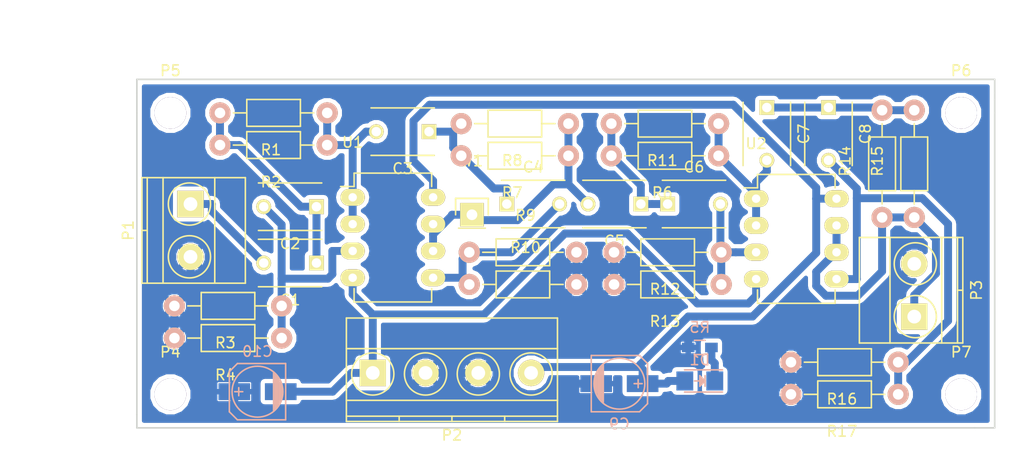
<source format=kicad_pcb>
(kicad_pcb (version 4) (host pcbnew 4.0.2-1.fc23-product)

  (general
    (links 64)
    (no_connects 0)
    (area 99.696001 70.302 197.444094 113.49126)
    (thickness 1.6)
    (drawings 14)
    (tracks 164)
    (zones 0)
    (modules 38)
    (nets 18)
  )

  (page A4)
  (layers
    (0 F.Cu signal)
    (31 B.Cu signal)
    (32 B.Adhes user)
    (33 F.Adhes user)
    (34 B.Paste user)
    (35 F.Paste user)
    (36 B.SilkS user)
    (37 F.SilkS user)
    (38 B.Mask user)
    (39 F.Mask user)
    (40 Dwgs.User user)
    (41 Cmts.User user)
    (42 Eco1.User user)
    (43 Eco2.User user)
    (44 Edge.Cuts user)
    (45 Margin user)
    (46 B.CrtYd user)
    (47 F.CrtYd user)
    (48 B.Fab user)
    (49 F.Fab user)
  )

  (setup
    (last_trace_width 0.75)
    (trace_clearance 0.4)
    (zone_clearance 0.4)
    (zone_45_only no)
    (trace_min 0.2)
    (segment_width 0.2)
    (edge_width 0.15)
    (via_size 0.6)
    (via_drill 0.4)
    (via_min_size 0.4)
    (via_min_drill 0.3)
    (uvia_size 0.3)
    (uvia_drill 0.1)
    (uvias_allowed no)
    (uvia_min_size 0.2)
    (uvia_min_drill 0.1)
    (pcb_text_width 0.3)
    (pcb_text_size 1.5 1.5)
    (mod_edge_width 0.15)
    (mod_text_size 1 1)
    (mod_text_width 0.15)
    (pad_size 3.2 3.2)
    (pad_drill 3)
    (pad_to_mask_clearance 0.2)
    (aux_axis_origin 0 0)
    (visible_elements FFFFFF7F)
    (pcbplotparams
      (layerselection 0x01000_80000000)
      (usegerberextensions false)
      (excludeedgelayer true)
      (linewidth 0.100000)
      (plotframeref false)
      (viasonmask false)
      (mode 1)
      (useauxorigin false)
      (hpglpennumber 1)
      (hpglpenspeed 20)
      (hpglpendiameter 15)
      (hpglpenoverlay 2)
      (psnegative false)
      (psa4output false)
      (plotreference true)
      (plotvalue true)
      (plotinvisibletext false)
      (padsonsilk false)
      (subtractmaskfromsilk false)
      (outputformat 1)
      (mirror false)
      (drillshape 0)
      (scaleselection 1)
      (outputdirectory highpass/))
  )

  (net 0 "")
  (net 1 "Net-(C1-Pad1)")
  (net 2 "Net-(C1-Pad2)")
  (net 3 "Net-(C2-Pad2)")
  (net 4 "Net-(C3-Pad1)")
  (net 5 "Net-(C3-Pad2)")
  (net 6 "Net-(C4-Pad2)")
  (net 7 GND)
  (net 8 VCC)
  (net 9 "Net-(P3-Pad1)")
  (net 10 VEE)
  (net 11 "Net-(D1-Pad1)")
  (net 12 "Net-(C5-Pad1)")
  (net 13 "Net-(C5-Pad2)")
  (net 14 "Net-(C6-Pad2)")
  (net 15 "Net-(C7-Pad1)")
  (net 16 "Net-(C7-Pad2)")
  (net 17 "Net-(C8-Pad2)")

  (net_class Default "This is the default net class."
    (clearance 0.4)
    (trace_width 0.75)
    (via_dia 0.6)
    (via_drill 0.4)
    (uvia_dia 0.3)
    (uvia_drill 0.1)
    (add_net GND)
    (add_net "Net-(C1-Pad1)")
    (add_net "Net-(C1-Pad2)")
    (add_net "Net-(C2-Pad2)")
    (add_net "Net-(C3-Pad1)")
    (add_net "Net-(C3-Pad2)")
    (add_net "Net-(C4-Pad2)")
    (add_net "Net-(C5-Pad1)")
    (add_net "Net-(C5-Pad2)")
    (add_net "Net-(C6-Pad2)")
    (add_net "Net-(C7-Pad1)")
    (add_net "Net-(C7-Pad2)")
    (add_net "Net-(C8-Pad2)")
    (add_net "Net-(D1-Pad1)")
    (add_net "Net-(P3-Pad1)")
    (add_net VCC)
    (add_net VEE)
  )

  (module Resistors_ThroughHole:Resistor_Horizontal_RM10mm placed (layer F.Cu) (tedit 53F56209) (tstamp 57C23D99)
    (at 125.984 80.645 180)
    (descr "Resistor, Axial,  RM 10mm, 1/3W,")
    (tags "Resistor, Axial, RM 10mm, 1/3W,")
    (path /57C25DBD)
    (fp_text reference R1 (at 0.24892 -3.50012 180) (layer F.SilkS)
      (effects (font (size 1 1) (thickness 0.15)))
    )
    (fp_text value R (at 3.81 3.81 180) (layer F.Fab)
      (effects (font (size 1 1) (thickness 0.15)))
    )
    (fp_line (start -2.54 -1.27) (end 2.54 -1.27) (layer F.SilkS) (width 0.15))
    (fp_line (start 2.54 -1.27) (end 2.54 1.27) (layer F.SilkS) (width 0.15))
    (fp_line (start 2.54 1.27) (end -2.54 1.27) (layer F.SilkS) (width 0.15))
    (fp_line (start -2.54 1.27) (end -2.54 -1.27) (layer F.SilkS) (width 0.15))
    (fp_line (start -2.54 0) (end -3.81 0) (layer F.SilkS) (width 0.15))
    (fp_line (start 2.54 0) (end 3.81 0) (layer F.SilkS) (width 0.15))
    (pad 1 thru_hole circle (at -5.08 0 180) (size 1.99898 1.99898) (drill 1.00076) (layers *.Cu *.SilkS *.Mask)
      (net 5 "Net-(C3-Pad2)"))
    (pad 2 thru_hole circle (at 5.08 0 180) (size 1.99898 1.99898) (drill 1.00076) (layers *.Cu *.SilkS *.Mask)
      (net 1 "Net-(C1-Pad1)"))
    (model Resistors_ThroughHole.3dshapes/Resistor_Horizontal_RM10mm.wrl
      (at (xyz 0 0 0))
      (scale (xyz 0.4 0.4 0.4))
      (rotate (xyz 0 0 0))
    )
  )

  (module Resistors_ThroughHole:Resistor_Horizontal_RM10mm placed (layer F.Cu) (tedit 53F56209) (tstamp 57C23D9F)
    (at 125.984 83.693 180)
    (descr "Resistor, Axial,  RM 10mm, 1/3W,")
    (tags "Resistor, Axial, RM 10mm, 1/3W,")
    (path /57C25DC3)
    (fp_text reference R2 (at 0.24892 -3.50012 180) (layer F.SilkS)
      (effects (font (size 1 1) (thickness 0.15)))
    )
    (fp_text value R (at 3.81 3.81 180) (layer F.Fab)
      (effects (font (size 1 1) (thickness 0.15)))
    )
    (fp_line (start -2.54 -1.27) (end 2.54 -1.27) (layer F.SilkS) (width 0.15))
    (fp_line (start 2.54 -1.27) (end 2.54 1.27) (layer F.SilkS) (width 0.15))
    (fp_line (start 2.54 1.27) (end -2.54 1.27) (layer F.SilkS) (width 0.15))
    (fp_line (start -2.54 1.27) (end -2.54 -1.27) (layer F.SilkS) (width 0.15))
    (fp_line (start -2.54 0) (end -3.81 0) (layer F.SilkS) (width 0.15))
    (fp_line (start 2.54 0) (end 3.81 0) (layer F.SilkS) (width 0.15))
    (pad 1 thru_hole circle (at -5.08 0 180) (size 1.99898 1.99898) (drill 1.00076) (layers *.Cu *.SilkS *.Mask)
      (net 5 "Net-(C3-Pad2)"))
    (pad 2 thru_hole circle (at 5.08 0 180) (size 1.99898 1.99898) (drill 1.00076) (layers *.Cu *.SilkS *.Mask)
      (net 1 "Net-(C1-Pad1)"))
    (model Resistors_ThroughHole.3dshapes/Resistor_Horizontal_RM10mm.wrl
      (at (xyz 0 0 0))
      (scale (xyz 0.4 0.4 0.4))
      (rotate (xyz 0 0 0))
    )
  )

  (module Resistors_ThroughHole:Resistor_Horizontal_RM10mm placed (layer F.Cu) (tedit 53F56209) (tstamp 57C23DA5)
    (at 121.666 98.933 180)
    (descr "Resistor, Axial,  RM 10mm, 1/3W,")
    (tags "Resistor, Axial, RM 10mm, 1/3W,")
    (path /57C25DA5)
    (fp_text reference R3 (at 0.24892 -3.50012 180) (layer F.SilkS)
      (effects (font (size 1 1) (thickness 0.15)))
    )
    (fp_text value R (at 3.81 3.81 180) (layer F.Fab)
      (effects (font (size 1 1) (thickness 0.15)))
    )
    (fp_line (start -2.54 -1.27) (end 2.54 -1.27) (layer F.SilkS) (width 0.15))
    (fp_line (start 2.54 -1.27) (end 2.54 1.27) (layer F.SilkS) (width 0.15))
    (fp_line (start 2.54 1.27) (end -2.54 1.27) (layer F.SilkS) (width 0.15))
    (fp_line (start -2.54 1.27) (end -2.54 -1.27) (layer F.SilkS) (width 0.15))
    (fp_line (start -2.54 0) (end -3.81 0) (layer F.SilkS) (width 0.15))
    (fp_line (start 2.54 0) (end 3.81 0) (layer F.SilkS) (width 0.15))
    (pad 1 thru_hole circle (at -5.08 0 180) (size 1.99898 1.99898) (drill 1.00076) (layers *.Cu *.SilkS *.Mask)
      (net 3 "Net-(C2-Pad2)"))
    (pad 2 thru_hole circle (at 5.08 0 180) (size 1.99898 1.99898) (drill 1.00076) (layers *.Cu *.SilkS *.Mask)
      (net 7 GND))
    (model Resistors_ThroughHole.3dshapes/Resistor_Horizontal_RM10mm.wrl
      (at (xyz 0 0 0))
      (scale (xyz 0.4 0.4 0.4))
      (rotate (xyz 0 0 0))
    )
  )

  (module Resistors_ThroughHole:Resistor_Horizontal_RM10mm placed (layer F.Cu) (tedit 53F56209) (tstamp 57C23DAB)
    (at 121.666 101.981 180)
    (descr "Resistor, Axial,  RM 10mm, 1/3W,")
    (tags "Resistor, Axial, RM 10mm, 1/3W,")
    (path /57C25DAB)
    (fp_text reference R4 (at 0.24892 -3.50012 180) (layer F.SilkS)
      (effects (font (size 1 1) (thickness 0.15)))
    )
    (fp_text value R (at 3.81 3.81 180) (layer F.Fab)
      (effects (font (size 1 1) (thickness 0.15)))
    )
    (fp_line (start -2.54 -1.27) (end 2.54 -1.27) (layer F.SilkS) (width 0.15))
    (fp_line (start 2.54 -1.27) (end 2.54 1.27) (layer F.SilkS) (width 0.15))
    (fp_line (start 2.54 1.27) (end -2.54 1.27) (layer F.SilkS) (width 0.15))
    (fp_line (start -2.54 1.27) (end -2.54 -1.27) (layer F.SilkS) (width 0.15))
    (fp_line (start -2.54 0) (end -3.81 0) (layer F.SilkS) (width 0.15))
    (fp_line (start 2.54 0) (end 3.81 0) (layer F.SilkS) (width 0.15))
    (pad 1 thru_hole circle (at -5.08 0 180) (size 1.99898 1.99898) (drill 1.00076) (layers *.Cu *.SilkS *.Mask)
      (net 3 "Net-(C2-Pad2)"))
    (pad 2 thru_hole circle (at 5.08 0 180) (size 1.99898 1.99898) (drill 1.00076) (layers *.Cu *.SilkS *.Mask)
      (net 7 GND))
    (model Resistors_ThroughHole.3dshapes/Resistor_Horizontal_RM10mm.wrl
      (at (xyz 0 0 0))
      (scale (xyz 0.4 0.4 0.4))
      (rotate (xyz 0 0 0))
    )
  )

  (module Resistors_ThroughHole:Resistor_Horizontal_RM10mm placed (layer F.Cu) (tedit 53F56209) (tstamp 57C23DB7)
    (at 163.068 84.709 180)
    (descr "Resistor, Axial,  RM 10mm, 1/3W,")
    (tags "Resistor, Axial, RM 10mm, 1/3W,")
    (path /57C35711)
    (fp_text reference R6 (at 0.24892 -3.50012 180) (layer F.SilkS)
      (effects (font (size 1 1) (thickness 0.15)))
    )
    (fp_text value R (at 3.81 3.81 180) (layer F.Fab)
      (effects (font (size 1 1) (thickness 0.15)))
    )
    (fp_line (start -2.54 -1.27) (end 2.54 -1.27) (layer F.SilkS) (width 0.15))
    (fp_line (start 2.54 -1.27) (end 2.54 1.27) (layer F.SilkS) (width 0.15))
    (fp_line (start 2.54 1.27) (end -2.54 1.27) (layer F.SilkS) (width 0.15))
    (fp_line (start -2.54 1.27) (end -2.54 -1.27) (layer F.SilkS) (width 0.15))
    (fp_line (start -2.54 0) (end -3.81 0) (layer F.SilkS) (width 0.15))
    (fp_line (start 2.54 0) (end 3.81 0) (layer F.SilkS) (width 0.15))
    (pad 1 thru_hole circle (at -5.08 0 180) (size 1.99898 1.99898) (drill 1.00076) (layers *.Cu *.SilkS *.Mask)
      (net 16 "Net-(C7-Pad2)"))
    (pad 2 thru_hole circle (at 5.08 0 180) (size 1.99898 1.99898) (drill 1.00076) (layers *.Cu *.SilkS *.Mask)
      (net 12 "Net-(C5-Pad1)"))
    (model Resistors_ThroughHole.3dshapes/Resistor_Horizontal_RM10mm.wrl
      (at (xyz 0 0 0))
      (scale (xyz 0.4 0.4 0.4))
      (rotate (xyz 0 0 0))
    )
  )

  (module Resistors_ThroughHole:Resistor_Horizontal_RM10mm placed (layer F.Cu) (tedit 53F56209) (tstamp 57C23DBD)
    (at 148.844 84.709 180)
    (descr "Resistor, Axial,  RM 10mm, 1/3W,")
    (tags "Resistor, Axial, RM 10mm, 1/3W,")
    (path /57C25E1C)
    (fp_text reference R7 (at 0.24892 -3.50012 180) (layer F.SilkS)
      (effects (font (size 1 1) (thickness 0.15)))
    )
    (fp_text value R (at 3.81 3.81 180) (layer F.Fab)
      (effects (font (size 1 1) (thickness 0.15)))
    )
    (fp_line (start -2.54 -1.27) (end 2.54 -1.27) (layer F.SilkS) (width 0.15))
    (fp_line (start 2.54 -1.27) (end 2.54 1.27) (layer F.SilkS) (width 0.15))
    (fp_line (start 2.54 1.27) (end -2.54 1.27) (layer F.SilkS) (width 0.15))
    (fp_line (start -2.54 1.27) (end -2.54 -1.27) (layer F.SilkS) (width 0.15))
    (fp_line (start -2.54 0) (end -3.81 0) (layer F.SilkS) (width 0.15))
    (fp_line (start 2.54 0) (end 3.81 0) (layer F.SilkS) (width 0.15))
    (pad 1 thru_hole circle (at -5.08 0 180) (size 1.99898 1.99898) (drill 1.00076) (layers *.Cu *.SilkS *.Mask)
      (net 13 "Net-(C5-Pad2)"))
    (pad 2 thru_hole circle (at 5.08 0 180) (size 1.99898 1.99898) (drill 1.00076) (layers *.Cu *.SilkS *.Mask)
      (net 4 "Net-(C3-Pad1)"))
    (model Resistors_ThroughHole.3dshapes/Resistor_Horizontal_RM10mm.wrl
      (at (xyz 0 0 0))
      (scale (xyz 0.4 0.4 0.4))
      (rotate (xyz 0 0 0))
    )
  )

  (module Resistors_ThroughHole:Resistor_Horizontal_RM10mm placed (layer F.Cu) (tedit 53F56209) (tstamp 57C23DC3)
    (at 148.844 81.661 180)
    (descr "Resistor, Axial,  RM 10mm, 1/3W,")
    (tags "Resistor, Axial, RM 10mm, 1/3W,")
    (path /57C25E22)
    (fp_text reference R8 (at 0.24892 -3.50012 180) (layer F.SilkS)
      (effects (font (size 1 1) (thickness 0.15)))
    )
    (fp_text value R (at 3.81 3.81 180) (layer F.Fab)
      (effects (font (size 1 1) (thickness 0.15)))
    )
    (fp_line (start -2.54 -1.27) (end 2.54 -1.27) (layer F.SilkS) (width 0.15))
    (fp_line (start 2.54 -1.27) (end 2.54 1.27) (layer F.SilkS) (width 0.15))
    (fp_line (start 2.54 1.27) (end -2.54 1.27) (layer F.SilkS) (width 0.15))
    (fp_line (start -2.54 1.27) (end -2.54 -1.27) (layer F.SilkS) (width 0.15))
    (fp_line (start -2.54 0) (end -3.81 0) (layer F.SilkS) (width 0.15))
    (fp_line (start 2.54 0) (end 3.81 0) (layer F.SilkS) (width 0.15))
    (pad 1 thru_hole circle (at -5.08 0 180) (size 1.99898 1.99898) (drill 1.00076) (layers *.Cu *.SilkS *.Mask)
      (net 13 "Net-(C5-Pad2)"))
    (pad 2 thru_hole circle (at 5.08 0 180) (size 1.99898 1.99898) (drill 1.00076) (layers *.Cu *.SilkS *.Mask)
      (net 4 "Net-(C3-Pad1)"))
    (model Resistors_ThroughHole.3dshapes/Resistor_Horizontal_RM10mm.wrl
      (at (xyz 0 0 0))
      (scale (xyz 0.4 0.4 0.4))
      (rotate (xyz 0 0 0))
    )
  )

  (module Resistors_ThroughHole:Resistor_Horizontal_RM10mm placed (layer F.Cu) (tedit 53F56209) (tstamp 57C23DC9)
    (at 149.606 93.853)
    (descr "Resistor, Axial,  RM 10mm, 1/3W,")
    (tags "Resistor, Axial, RM 10mm, 1/3W,")
    (path /57C25E04)
    (fp_text reference R9 (at 0.24892 -3.50012) (layer F.SilkS)
      (effects (font (size 1 1) (thickness 0.15)))
    )
    (fp_text value R (at 3.81 3.81) (layer F.Fab)
      (effects (font (size 1 1) (thickness 0.15)))
    )
    (fp_line (start -2.54 -1.27) (end 2.54 -1.27) (layer F.SilkS) (width 0.15))
    (fp_line (start 2.54 -1.27) (end 2.54 1.27) (layer F.SilkS) (width 0.15))
    (fp_line (start 2.54 1.27) (end -2.54 1.27) (layer F.SilkS) (width 0.15))
    (fp_line (start -2.54 1.27) (end -2.54 -1.27) (layer F.SilkS) (width 0.15))
    (fp_line (start -2.54 0) (end -3.81 0) (layer F.SilkS) (width 0.15))
    (fp_line (start 2.54 0) (end 3.81 0) (layer F.SilkS) (width 0.15))
    (pad 1 thru_hole circle (at -5.08 0) (size 1.99898 1.99898) (drill 1.00076) (layers *.Cu *.SilkS *.Mask)
      (net 6 "Net-(C4-Pad2)"))
    (pad 2 thru_hole circle (at 5.08 0) (size 1.99898 1.99898) (drill 1.00076) (layers *.Cu *.SilkS *.Mask)
      (net 7 GND))
    (model Resistors_ThroughHole.3dshapes/Resistor_Horizontal_RM10mm.wrl
      (at (xyz 0 0 0))
      (scale (xyz 0.4 0.4 0.4))
      (rotate (xyz 0 0 0))
    )
  )

  (module Resistors_ThroughHole:Resistor_Horizontal_RM10mm placed (layer F.Cu) (tedit 53F56209) (tstamp 57C23DCF)
    (at 149.606 96.901)
    (descr "Resistor, Axial,  RM 10mm, 1/3W,")
    (tags "Resistor, Axial, RM 10mm, 1/3W,")
    (path /57C25E0A)
    (fp_text reference R10 (at 0.24892 -3.50012) (layer F.SilkS)
      (effects (font (size 1 1) (thickness 0.15)))
    )
    (fp_text value R (at 3.81 3.81) (layer F.Fab)
      (effects (font (size 1 1) (thickness 0.15)))
    )
    (fp_line (start -2.54 -1.27) (end 2.54 -1.27) (layer F.SilkS) (width 0.15))
    (fp_line (start 2.54 -1.27) (end 2.54 1.27) (layer F.SilkS) (width 0.15))
    (fp_line (start 2.54 1.27) (end -2.54 1.27) (layer F.SilkS) (width 0.15))
    (fp_line (start -2.54 1.27) (end -2.54 -1.27) (layer F.SilkS) (width 0.15))
    (fp_line (start -2.54 0) (end -3.81 0) (layer F.SilkS) (width 0.15))
    (fp_line (start 2.54 0) (end 3.81 0) (layer F.SilkS) (width 0.15))
    (pad 1 thru_hole circle (at -5.08 0) (size 1.99898 1.99898) (drill 1.00076) (layers *.Cu *.SilkS *.Mask)
      (net 6 "Net-(C4-Pad2)"))
    (pad 2 thru_hole circle (at 5.08 0) (size 1.99898 1.99898) (drill 1.00076) (layers *.Cu *.SilkS *.Mask)
      (net 7 GND))
    (model Resistors_ThroughHole.3dshapes/Resistor_Horizontal_RM10mm.wrl
      (at (xyz 0 0 0))
      (scale (xyz 0.4 0.4 0.4))
      (rotate (xyz 0 0 0))
    )
  )

  (module Housings_DIP:DIP-8_W7.62mm_LongPads placed (layer F.Cu) (tedit 54130A77) (tstamp 57C23DDB)
    (at 133.477 88.646)
    (descr "8-lead dip package, row spacing 7.62 mm (300 mils), longer pads")
    (tags "dil dip 2.54 300")
    (path /57C25D9F)
    (fp_text reference U1 (at 0 -5.22) (layer F.SilkS)
      (effects (font (size 1 1) (thickness 0.15)))
    )
    (fp_text value TL072 (at 0 -3.72) (layer F.Fab)
      (effects (font (size 1 1) (thickness 0.15)))
    )
    (fp_line (start -1.4 -2.45) (end -1.4 10.1) (layer F.CrtYd) (width 0.05))
    (fp_line (start 9 -2.45) (end 9 10.1) (layer F.CrtYd) (width 0.05))
    (fp_line (start -1.4 -2.45) (end 9 -2.45) (layer F.CrtYd) (width 0.05))
    (fp_line (start -1.4 10.1) (end 9 10.1) (layer F.CrtYd) (width 0.05))
    (fp_line (start 0.135 -2.295) (end 0.135 -1.025) (layer F.SilkS) (width 0.15))
    (fp_line (start 7.485 -2.295) (end 7.485 -1.025) (layer F.SilkS) (width 0.15))
    (fp_line (start 7.485 9.915) (end 7.485 8.645) (layer F.SilkS) (width 0.15))
    (fp_line (start 0.135 9.915) (end 0.135 8.645) (layer F.SilkS) (width 0.15))
    (fp_line (start 0.135 -2.295) (end 7.485 -2.295) (layer F.SilkS) (width 0.15))
    (fp_line (start 0.135 9.915) (end 7.485 9.915) (layer F.SilkS) (width 0.15))
    (fp_line (start 0.135 -1.025) (end -1.15 -1.025) (layer F.SilkS) (width 0.15))
    (pad 1 thru_hole oval (at 0 0) (size 2.3 1.6) (drill 0.8) (layers *.Cu *.Mask F.SilkS)
      (net 5 "Net-(C3-Pad2)"))
    (pad 2 thru_hole oval (at 0 2.54) (size 2.3 1.6) (drill 0.8) (layers *.Cu *.Mask F.SilkS)
      (net 5 "Net-(C3-Pad2)"))
    (pad 3 thru_hole oval (at 0 5.08) (size 2.3 1.6) (drill 0.8) (layers *.Cu *.Mask F.SilkS)
      (net 3 "Net-(C2-Pad2)"))
    (pad 4 thru_hole oval (at 0 7.62) (size 2.3 1.6) (drill 0.8) (layers *.Cu *.Mask F.SilkS)
      (net 10 VEE))
    (pad 5 thru_hole oval (at 7.62 7.62) (size 2.3 1.6) (drill 0.8) (layers *.Cu *.Mask F.SilkS)
      (net 6 "Net-(C4-Pad2)"))
    (pad 6 thru_hole oval (at 7.62 5.08) (size 2.3 1.6) (drill 0.8) (layers *.Cu *.Mask F.SilkS)
      (net 13 "Net-(C5-Pad2)"))
    (pad 7 thru_hole oval (at 7.62 2.54) (size 2.3 1.6) (drill 0.8) (layers *.Cu *.Mask F.SilkS)
      (net 13 "Net-(C5-Pad2)"))
    (pad 8 thru_hole oval (at 7.62 0) (size 2.3 1.6) (drill 0.8) (layers *.Cu *.Mask F.SilkS)
      (net 8 VCC))
    (model Housings_DIP.3dshapes/DIP-8_W7.62mm_LongPads.wrl
      (at (xyz 0 0 0))
      (scale (xyz 1 1 1))
      (rotate (xyz 0 0 0))
    )
  )

  (module Capacitors_ThroughHole:C_Disc_D6_P5 (layer F.Cu) (tedit 0) (tstamp 57C24519)
    (at 130.048 94.869 180)
    (descr "Capacitor 6mm Disc, Pitch 5mm")
    (tags Capacitor)
    (path /57C25DB1)
    (fp_text reference C1 (at 2.5 -3.5 180) (layer F.SilkS)
      (effects (font (size 1 1) (thickness 0.15)))
    )
    (fp_text value C_Small (at 2.5 3.5 180) (layer F.Fab)
      (effects (font (size 1 1) (thickness 0.15)))
    )
    (fp_line (start -0.95 -2.5) (end 5.95 -2.5) (layer F.CrtYd) (width 0.05))
    (fp_line (start 5.95 -2.5) (end 5.95 2.5) (layer F.CrtYd) (width 0.05))
    (fp_line (start 5.95 2.5) (end -0.95 2.5) (layer F.CrtYd) (width 0.05))
    (fp_line (start -0.95 2.5) (end -0.95 -2.5) (layer F.CrtYd) (width 0.05))
    (fp_line (start -0.5 -2.25) (end 5.5 -2.25) (layer F.SilkS) (width 0.15))
    (fp_line (start 5.5 2.25) (end -0.5 2.25) (layer F.SilkS) (width 0.15))
    (pad 1 thru_hole rect (at 0 0 180) (size 1.4 1.4) (drill 0.9) (layers *.Cu *.Mask F.SilkS)
      (net 1 "Net-(C1-Pad1)"))
    (pad 2 thru_hole circle (at 5 0 180) (size 1.4 1.4) (drill 0.9) (layers *.Cu *.Mask F.SilkS)
      (net 2 "Net-(C1-Pad2)"))
    (model Capacitors_ThroughHole.3dshapes/C_Disc_D6_P5.wrl
      (at (xyz 0.0984252 0 0))
      (scale (xyz 1 1 1))
      (rotate (xyz 0 0 0))
    )
  )

  (module Capacitors_ThroughHole:C_Disc_D6_P5 (layer F.Cu) (tedit 0) (tstamp 57C2451E)
    (at 130.048 89.535 180)
    (descr "Capacitor 6mm Disc, Pitch 5mm")
    (tags Capacitor)
    (path /57C25DB7)
    (fp_text reference C2 (at 2.5 -3.5 180) (layer F.SilkS)
      (effects (font (size 1 1) (thickness 0.15)))
    )
    (fp_text value C_Small (at 2.5 3.5 180) (layer F.Fab)
      (effects (font (size 1 1) (thickness 0.15)))
    )
    (fp_line (start -0.95 -2.5) (end 5.95 -2.5) (layer F.CrtYd) (width 0.05))
    (fp_line (start 5.95 -2.5) (end 5.95 2.5) (layer F.CrtYd) (width 0.05))
    (fp_line (start 5.95 2.5) (end -0.95 2.5) (layer F.CrtYd) (width 0.05))
    (fp_line (start -0.95 2.5) (end -0.95 -2.5) (layer F.CrtYd) (width 0.05))
    (fp_line (start -0.5 -2.25) (end 5.5 -2.25) (layer F.SilkS) (width 0.15))
    (fp_line (start 5.5 2.25) (end -0.5 2.25) (layer F.SilkS) (width 0.15))
    (pad 1 thru_hole rect (at 0 0 180) (size 1.4 1.4) (drill 0.9) (layers *.Cu *.Mask F.SilkS)
      (net 1 "Net-(C1-Pad1)"))
    (pad 2 thru_hole circle (at 5 0 180) (size 1.4 1.4) (drill 0.9) (layers *.Cu *.Mask F.SilkS)
      (net 3 "Net-(C2-Pad2)"))
    (model Capacitors_ThroughHole.3dshapes/C_Disc_D6_P5.wrl
      (at (xyz 0.0984252 0 0))
      (scale (xyz 1 1 1))
      (rotate (xyz 0 0 0))
    )
  )

  (module Capacitors_ThroughHole:C_Disc_D6_P5 (layer F.Cu) (tedit 0) (tstamp 57C24523)
    (at 140.716 82.423 180)
    (descr "Capacitor 6mm Disc, Pitch 5mm")
    (tags Capacitor)
    (path /57C25E10)
    (fp_text reference C3 (at 2.5 -3.5 180) (layer F.SilkS)
      (effects (font (size 1 1) (thickness 0.15)))
    )
    (fp_text value C_Small (at 2.5 3.5 180) (layer F.Fab)
      (effects (font (size 1 1) (thickness 0.15)))
    )
    (fp_line (start -0.95 -2.5) (end 5.95 -2.5) (layer F.CrtYd) (width 0.05))
    (fp_line (start 5.95 -2.5) (end 5.95 2.5) (layer F.CrtYd) (width 0.05))
    (fp_line (start 5.95 2.5) (end -0.95 2.5) (layer F.CrtYd) (width 0.05))
    (fp_line (start -0.95 2.5) (end -0.95 -2.5) (layer F.CrtYd) (width 0.05))
    (fp_line (start -0.5 -2.25) (end 5.5 -2.25) (layer F.SilkS) (width 0.15))
    (fp_line (start 5.5 2.25) (end -0.5 2.25) (layer F.SilkS) (width 0.15))
    (pad 1 thru_hole rect (at 0 0 180) (size 1.4 1.4) (drill 0.9) (layers *.Cu *.Mask F.SilkS)
      (net 4 "Net-(C3-Pad1)"))
    (pad 2 thru_hole circle (at 5 0 180) (size 1.4 1.4) (drill 0.9) (layers *.Cu *.Mask F.SilkS)
      (net 5 "Net-(C3-Pad2)"))
    (model Capacitors_ThroughHole.3dshapes/C_Disc_D6_P5.wrl
      (at (xyz 0.0984252 0 0))
      (scale (xyz 1 1 1))
      (rotate (xyz 0 0 0))
    )
  )

  (module Capacitors_ThroughHole:C_Disc_D6_P5 (layer F.Cu) (tedit 0) (tstamp 57C24528)
    (at 148.082 89.281)
    (descr "Capacitor 6mm Disc, Pitch 5mm")
    (tags Capacitor)
    (path /57C25E16)
    (fp_text reference C4 (at 2.5 -3.5) (layer F.SilkS)
      (effects (font (size 1 1) (thickness 0.15)))
    )
    (fp_text value C_Small (at 2.5 3.5) (layer F.Fab)
      (effects (font (size 1 1) (thickness 0.15)))
    )
    (fp_line (start -0.95 -2.5) (end 5.95 -2.5) (layer F.CrtYd) (width 0.05))
    (fp_line (start 5.95 -2.5) (end 5.95 2.5) (layer F.CrtYd) (width 0.05))
    (fp_line (start 5.95 2.5) (end -0.95 2.5) (layer F.CrtYd) (width 0.05))
    (fp_line (start -0.95 2.5) (end -0.95 -2.5) (layer F.CrtYd) (width 0.05))
    (fp_line (start -0.5 -2.25) (end 5.5 -2.25) (layer F.SilkS) (width 0.15))
    (fp_line (start 5.5 2.25) (end -0.5 2.25) (layer F.SilkS) (width 0.15))
    (pad 1 thru_hole rect (at 0 0) (size 1.4 1.4) (drill 0.9) (layers *.Cu *.Mask F.SilkS)
      (net 4 "Net-(C3-Pad1)"))
    (pad 2 thru_hole circle (at 5 0) (size 1.4 1.4) (drill 0.9) (layers *.Cu *.Mask F.SilkS)
      (net 6 "Net-(C4-Pad2)"))
    (model Capacitors_ThroughHole.3dshapes/C_Disc_D6_P5.wrl
      (at (xyz 0.0984252 0 0))
      (scale (xyz 1 1 1))
      (rotate (xyz 0 0 0))
    )
  )

  (module Capacitors_ThroughHole:C_Disc_D6_P5 (layer F.Cu) (tedit 0) (tstamp 57C34B03)
    (at 160.782 89.281 180)
    (descr "Capacitor 6mm Disc, Pitch 5mm")
    (tags Capacitor)
    (path /57C35705)
    (fp_text reference C5 (at 2.5 -3.5 180) (layer F.SilkS)
      (effects (font (size 1 1) (thickness 0.15)))
    )
    (fp_text value C_Small (at 2.5 3.5 180) (layer F.Fab)
      (effects (font (size 1 1) (thickness 0.15)))
    )
    (fp_line (start -0.95 -2.5) (end 5.95 -2.5) (layer F.CrtYd) (width 0.05))
    (fp_line (start 5.95 -2.5) (end 5.95 2.5) (layer F.CrtYd) (width 0.05))
    (fp_line (start 5.95 2.5) (end -0.95 2.5) (layer F.CrtYd) (width 0.05))
    (fp_line (start -0.95 2.5) (end -0.95 -2.5) (layer F.CrtYd) (width 0.05))
    (fp_line (start -0.5 -2.25) (end 5.5 -2.25) (layer F.SilkS) (width 0.15))
    (fp_line (start 5.5 2.25) (end -0.5 2.25) (layer F.SilkS) (width 0.15))
    (pad 1 thru_hole rect (at 0 0 180) (size 1.4 1.4) (drill 0.9) (layers *.Cu *.Mask F.SilkS)
      (net 12 "Net-(C5-Pad1)"))
    (pad 2 thru_hole circle (at 5 0 180) (size 1.4 1.4) (drill 0.9) (layers *.Cu *.Mask F.SilkS)
      (net 13 "Net-(C5-Pad2)"))
    (model Capacitors_ThroughHole.3dshapes/C_Disc_D6_P5.wrl
      (at (xyz 0.0984252 0 0))
      (scale (xyz 1 1 1))
      (rotate (xyz 0 0 0))
    )
  )

  (module Capacitors_ThroughHole:C_Disc_D6_P5 (layer F.Cu) (tedit 0) (tstamp 57C34B09)
    (at 163.322 89.281)
    (descr "Capacitor 6mm Disc, Pitch 5mm")
    (tags Capacitor)
    (path /57C3570B)
    (fp_text reference C6 (at 2.5 -3.5) (layer F.SilkS)
      (effects (font (size 1 1) (thickness 0.15)))
    )
    (fp_text value C_Small (at 2.5 3.5) (layer F.Fab)
      (effects (font (size 1 1) (thickness 0.15)))
    )
    (fp_line (start -0.95 -2.5) (end 5.95 -2.5) (layer F.CrtYd) (width 0.05))
    (fp_line (start 5.95 -2.5) (end 5.95 2.5) (layer F.CrtYd) (width 0.05))
    (fp_line (start 5.95 2.5) (end -0.95 2.5) (layer F.CrtYd) (width 0.05))
    (fp_line (start -0.95 2.5) (end -0.95 -2.5) (layer F.CrtYd) (width 0.05))
    (fp_line (start -0.5 -2.25) (end 5.5 -2.25) (layer F.SilkS) (width 0.15))
    (fp_line (start 5.5 2.25) (end -0.5 2.25) (layer F.SilkS) (width 0.15))
    (pad 1 thru_hole rect (at 0 0) (size 1.4 1.4) (drill 0.9) (layers *.Cu *.Mask F.SilkS)
      (net 12 "Net-(C5-Pad1)"))
    (pad 2 thru_hole circle (at 5 0) (size 1.4 1.4) (drill 0.9) (layers *.Cu *.Mask F.SilkS)
      (net 14 "Net-(C6-Pad2)"))
    (model Capacitors_ThroughHole.3dshapes/C_Disc_D6_P5.wrl
      (at (xyz 0.0984252 0 0))
      (scale (xyz 1 1 1))
      (rotate (xyz 0 0 0))
    )
  )

  (module Capacitors_ThroughHole:C_Disc_D6_P5 (layer F.Cu) (tedit 0) (tstamp 57C34B0F)
    (at 172.72 80.137 270)
    (descr "Capacitor 6mm Disc, Pitch 5mm")
    (tags Capacitor)
    (path /57C3575D)
    (fp_text reference C7 (at 2.5 -3.5 270) (layer F.SilkS)
      (effects (font (size 1 1) (thickness 0.15)))
    )
    (fp_text value C_Small (at 2.5 3.5 270) (layer F.Fab)
      (effects (font (size 1 1) (thickness 0.15)))
    )
    (fp_line (start -0.95 -2.5) (end 5.95 -2.5) (layer F.CrtYd) (width 0.05))
    (fp_line (start 5.95 -2.5) (end 5.95 2.5) (layer F.CrtYd) (width 0.05))
    (fp_line (start 5.95 2.5) (end -0.95 2.5) (layer F.CrtYd) (width 0.05))
    (fp_line (start -0.95 2.5) (end -0.95 -2.5) (layer F.CrtYd) (width 0.05))
    (fp_line (start -0.5 -2.25) (end 5.5 -2.25) (layer F.SilkS) (width 0.15))
    (fp_line (start 5.5 2.25) (end -0.5 2.25) (layer F.SilkS) (width 0.15))
    (pad 1 thru_hole rect (at 0 0 270) (size 1.4 1.4) (drill 0.9) (layers *.Cu *.Mask F.SilkS)
      (net 15 "Net-(C7-Pad1)"))
    (pad 2 thru_hole circle (at 5 0 270) (size 1.4 1.4) (drill 0.9) (layers *.Cu *.Mask F.SilkS)
      (net 16 "Net-(C7-Pad2)"))
    (model Capacitors_ThroughHole.3dshapes/C_Disc_D6_P5.wrl
      (at (xyz 0.0984252 0 0))
      (scale (xyz 1 1 1))
      (rotate (xyz 0 0 0))
    )
  )

  (module Capacitors_ThroughHole:C_Disc_D6_P5 (layer F.Cu) (tedit 0) (tstamp 57C34B15)
    (at 178.562 80.137 270)
    (descr "Capacitor 6mm Disc, Pitch 5mm")
    (tags Capacitor)
    (path /57C35763)
    (fp_text reference C8 (at 2.5 -3.5 270) (layer F.SilkS)
      (effects (font (size 1 1) (thickness 0.15)))
    )
    (fp_text value C_Small (at 2.5 3.5 270) (layer F.Fab)
      (effects (font (size 1 1) (thickness 0.15)))
    )
    (fp_line (start -0.95 -2.5) (end 5.95 -2.5) (layer F.CrtYd) (width 0.05))
    (fp_line (start 5.95 -2.5) (end 5.95 2.5) (layer F.CrtYd) (width 0.05))
    (fp_line (start 5.95 2.5) (end -0.95 2.5) (layer F.CrtYd) (width 0.05))
    (fp_line (start -0.95 2.5) (end -0.95 -2.5) (layer F.CrtYd) (width 0.05))
    (fp_line (start -0.5 -2.25) (end 5.5 -2.25) (layer F.SilkS) (width 0.15))
    (fp_line (start 5.5 2.25) (end -0.5 2.25) (layer F.SilkS) (width 0.15))
    (pad 1 thru_hole rect (at 0 0 270) (size 1.4 1.4) (drill 0.9) (layers *.Cu *.Mask F.SilkS)
      (net 15 "Net-(C7-Pad1)"))
    (pad 2 thru_hole circle (at 5 0 270) (size 1.4 1.4) (drill 0.9) (layers *.Cu *.Mask F.SilkS)
      (net 17 "Net-(C8-Pad2)"))
    (model Capacitors_ThroughHole.3dshapes/C_Disc_D6_P5.wrl
      (at (xyz 0.0984252 0 0))
      (scale (xyz 1 1 1))
      (rotate (xyz 0 0 0))
    )
  )

  (module Resistors_ThroughHole:Resistor_Horizontal_RM10mm (layer F.Cu) (tedit 53F56209) (tstamp 57C34B1B)
    (at 163.068 81.661 180)
    (descr "Resistor, Axial,  RM 10mm, 1/3W,")
    (tags "Resistor, Axial, RM 10mm, 1/3W,")
    (path /57C35717)
    (fp_text reference R11 (at 0.24892 -3.50012 180) (layer F.SilkS)
      (effects (font (size 1 1) (thickness 0.15)))
    )
    (fp_text value R (at 3.81 3.81 180) (layer F.Fab)
      (effects (font (size 1 1) (thickness 0.15)))
    )
    (fp_line (start -2.54 -1.27) (end 2.54 -1.27) (layer F.SilkS) (width 0.15))
    (fp_line (start 2.54 -1.27) (end 2.54 1.27) (layer F.SilkS) (width 0.15))
    (fp_line (start 2.54 1.27) (end -2.54 1.27) (layer F.SilkS) (width 0.15))
    (fp_line (start -2.54 1.27) (end -2.54 -1.27) (layer F.SilkS) (width 0.15))
    (fp_line (start -2.54 0) (end -3.81 0) (layer F.SilkS) (width 0.15))
    (fp_line (start 2.54 0) (end 3.81 0) (layer F.SilkS) (width 0.15))
    (pad 1 thru_hole circle (at -5.08 0 180) (size 1.99898 1.99898) (drill 1.00076) (layers *.Cu *.SilkS *.Mask)
      (net 16 "Net-(C7-Pad2)"))
    (pad 2 thru_hole circle (at 5.08 0 180) (size 1.99898 1.99898) (drill 1.00076) (layers *.Cu *.SilkS *.Mask)
      (net 12 "Net-(C5-Pad1)"))
    (model Resistors_ThroughHole.3dshapes/Resistor_Horizontal_RM10mm.wrl
      (at (xyz 0 0 0))
      (scale (xyz 0.4 0.4 0.4))
      (rotate (xyz 0 0 0))
    )
  )

  (module Resistors_ThroughHole:Resistor_Horizontal_RM10mm (layer F.Cu) (tedit 53F56209) (tstamp 57C34B21)
    (at 163.322 93.853 180)
    (descr "Resistor, Axial,  RM 10mm, 1/3W,")
    (tags "Resistor, Axial, RM 10mm, 1/3W,")
    (path /57C356F9)
    (fp_text reference R12 (at 0.24892 -3.50012 180) (layer F.SilkS)
      (effects (font (size 1 1) (thickness 0.15)))
    )
    (fp_text value R (at 3.81 3.81 180) (layer F.Fab)
      (effects (font (size 1 1) (thickness 0.15)))
    )
    (fp_line (start -2.54 -1.27) (end 2.54 -1.27) (layer F.SilkS) (width 0.15))
    (fp_line (start 2.54 -1.27) (end 2.54 1.27) (layer F.SilkS) (width 0.15))
    (fp_line (start 2.54 1.27) (end -2.54 1.27) (layer F.SilkS) (width 0.15))
    (fp_line (start -2.54 1.27) (end -2.54 -1.27) (layer F.SilkS) (width 0.15))
    (fp_line (start -2.54 0) (end -3.81 0) (layer F.SilkS) (width 0.15))
    (fp_line (start 2.54 0) (end 3.81 0) (layer F.SilkS) (width 0.15))
    (pad 1 thru_hole circle (at -5.08 0 180) (size 1.99898 1.99898) (drill 1.00076) (layers *.Cu *.SilkS *.Mask)
      (net 14 "Net-(C6-Pad2)"))
    (pad 2 thru_hole circle (at 5.08 0 180) (size 1.99898 1.99898) (drill 1.00076) (layers *.Cu *.SilkS *.Mask)
      (net 7 GND))
    (model Resistors_ThroughHole.3dshapes/Resistor_Horizontal_RM10mm.wrl
      (at (xyz 0 0 0))
      (scale (xyz 0.4 0.4 0.4))
      (rotate (xyz 0 0 0))
    )
  )

  (module Resistors_ThroughHole:Resistor_Horizontal_RM10mm (layer F.Cu) (tedit 53F56209) (tstamp 57C34B27)
    (at 163.322 96.901 180)
    (descr "Resistor, Axial,  RM 10mm, 1/3W,")
    (tags "Resistor, Axial, RM 10mm, 1/3W,")
    (path /57C356FF)
    (fp_text reference R13 (at 0.24892 -3.50012 180) (layer F.SilkS)
      (effects (font (size 1 1) (thickness 0.15)))
    )
    (fp_text value R (at 3.81 3.81 180) (layer F.Fab)
      (effects (font (size 1 1) (thickness 0.15)))
    )
    (fp_line (start -2.54 -1.27) (end 2.54 -1.27) (layer F.SilkS) (width 0.15))
    (fp_line (start 2.54 -1.27) (end 2.54 1.27) (layer F.SilkS) (width 0.15))
    (fp_line (start 2.54 1.27) (end -2.54 1.27) (layer F.SilkS) (width 0.15))
    (fp_line (start -2.54 1.27) (end -2.54 -1.27) (layer F.SilkS) (width 0.15))
    (fp_line (start -2.54 0) (end -3.81 0) (layer F.SilkS) (width 0.15))
    (fp_line (start 2.54 0) (end 3.81 0) (layer F.SilkS) (width 0.15))
    (pad 1 thru_hole circle (at -5.08 0 180) (size 1.99898 1.99898) (drill 1.00076) (layers *.Cu *.SilkS *.Mask)
      (net 14 "Net-(C6-Pad2)"))
    (pad 2 thru_hole circle (at 5.08 0 180) (size 1.99898 1.99898) (drill 1.00076) (layers *.Cu *.SilkS *.Mask)
      (net 7 GND))
    (model Resistors_ThroughHole.3dshapes/Resistor_Horizontal_RM10mm.wrl
      (at (xyz 0 0 0))
      (scale (xyz 0.4 0.4 0.4))
      (rotate (xyz 0 0 0))
    )
  )

  (module Resistors_ThroughHole:Resistor_Horizontal_RM10mm (layer F.Cu) (tedit 53F56209) (tstamp 57C34B2D)
    (at 183.642 85.471 90)
    (descr "Resistor, Axial,  RM 10mm, 1/3W,")
    (tags "Resistor, Axial, RM 10mm, 1/3W,")
    (path /57C35769)
    (fp_text reference R14 (at 0.24892 -3.50012 90) (layer F.SilkS)
      (effects (font (size 1 1) (thickness 0.15)))
    )
    (fp_text value R (at 3.81 3.81 90) (layer F.Fab)
      (effects (font (size 1 1) (thickness 0.15)))
    )
    (fp_line (start -2.54 -1.27) (end 2.54 -1.27) (layer F.SilkS) (width 0.15))
    (fp_line (start 2.54 -1.27) (end 2.54 1.27) (layer F.SilkS) (width 0.15))
    (fp_line (start 2.54 1.27) (end -2.54 1.27) (layer F.SilkS) (width 0.15))
    (fp_line (start -2.54 1.27) (end -2.54 -1.27) (layer F.SilkS) (width 0.15))
    (fp_line (start -2.54 0) (end -3.81 0) (layer F.SilkS) (width 0.15))
    (fp_line (start 2.54 0) (end 3.81 0) (layer F.SilkS) (width 0.15))
    (pad 1 thru_hole circle (at -5.08 0 90) (size 1.99898 1.99898) (drill 1.00076) (layers *.Cu *.SilkS *.Mask)
      (net 9 "Net-(P3-Pad1)"))
    (pad 2 thru_hole circle (at 5.08 0 90) (size 1.99898 1.99898) (drill 1.00076) (layers *.Cu *.SilkS *.Mask)
      (net 15 "Net-(C7-Pad1)"))
    (model Resistors_ThroughHole.3dshapes/Resistor_Horizontal_RM10mm.wrl
      (at (xyz 0 0 0))
      (scale (xyz 0.4 0.4 0.4))
      (rotate (xyz 0 0 0))
    )
  )

  (module Resistors_ThroughHole:Resistor_Horizontal_RM10mm (layer F.Cu) (tedit 53F56209) (tstamp 57C34B33)
    (at 186.69 85.471 90)
    (descr "Resistor, Axial,  RM 10mm, 1/3W,")
    (tags "Resistor, Axial, RM 10mm, 1/3W,")
    (path /57C3576F)
    (fp_text reference R15 (at 0.24892 -3.50012 90) (layer F.SilkS)
      (effects (font (size 1 1) (thickness 0.15)))
    )
    (fp_text value R (at 3.81 3.81 90) (layer F.Fab)
      (effects (font (size 1 1) (thickness 0.15)))
    )
    (fp_line (start -2.54 -1.27) (end 2.54 -1.27) (layer F.SilkS) (width 0.15))
    (fp_line (start 2.54 -1.27) (end 2.54 1.27) (layer F.SilkS) (width 0.15))
    (fp_line (start 2.54 1.27) (end -2.54 1.27) (layer F.SilkS) (width 0.15))
    (fp_line (start -2.54 1.27) (end -2.54 -1.27) (layer F.SilkS) (width 0.15))
    (fp_line (start -2.54 0) (end -3.81 0) (layer F.SilkS) (width 0.15))
    (fp_line (start 2.54 0) (end 3.81 0) (layer F.SilkS) (width 0.15))
    (pad 1 thru_hole circle (at -5.08 0 90) (size 1.99898 1.99898) (drill 1.00076) (layers *.Cu *.SilkS *.Mask)
      (net 9 "Net-(P3-Pad1)"))
    (pad 2 thru_hole circle (at 5.08 0 90) (size 1.99898 1.99898) (drill 1.00076) (layers *.Cu *.SilkS *.Mask)
      (net 15 "Net-(C7-Pad1)"))
    (model Resistors_ThroughHole.3dshapes/Resistor_Horizontal_RM10mm.wrl
      (at (xyz 0 0 0))
      (scale (xyz 0.4 0.4 0.4))
      (rotate (xyz 0 0 0))
    )
  )

  (module Resistors_ThroughHole:Resistor_Horizontal_RM10mm (layer F.Cu) (tedit 53F56209) (tstamp 57C34B39)
    (at 180.086 104.267 180)
    (descr "Resistor, Axial,  RM 10mm, 1/3W,")
    (tags "Resistor, Axial, RM 10mm, 1/3W,")
    (path /57C35751)
    (fp_text reference R16 (at 0.24892 -3.50012 180) (layer F.SilkS)
      (effects (font (size 1 1) (thickness 0.15)))
    )
    (fp_text value R (at 3.81 3.81 180) (layer F.Fab)
      (effects (font (size 1 1) (thickness 0.15)))
    )
    (fp_line (start -2.54 -1.27) (end 2.54 -1.27) (layer F.SilkS) (width 0.15))
    (fp_line (start 2.54 -1.27) (end 2.54 1.27) (layer F.SilkS) (width 0.15))
    (fp_line (start 2.54 1.27) (end -2.54 1.27) (layer F.SilkS) (width 0.15))
    (fp_line (start -2.54 1.27) (end -2.54 -1.27) (layer F.SilkS) (width 0.15))
    (fp_line (start -2.54 0) (end -3.81 0) (layer F.SilkS) (width 0.15))
    (fp_line (start 2.54 0) (end 3.81 0) (layer F.SilkS) (width 0.15))
    (pad 1 thru_hole circle (at -5.08 0 180) (size 1.99898 1.99898) (drill 1.00076) (layers *.Cu *.SilkS *.Mask)
      (net 17 "Net-(C8-Pad2)"))
    (pad 2 thru_hole circle (at 5.08 0 180) (size 1.99898 1.99898) (drill 1.00076) (layers *.Cu *.SilkS *.Mask)
      (net 7 GND))
    (model Resistors_ThroughHole.3dshapes/Resistor_Horizontal_RM10mm.wrl
      (at (xyz 0 0 0))
      (scale (xyz 0.4 0.4 0.4))
      (rotate (xyz 0 0 0))
    )
  )

  (module Resistors_ThroughHole:Resistor_Horizontal_RM10mm (layer F.Cu) (tedit 53F56209) (tstamp 57C34B3F)
    (at 180.086 107.315 180)
    (descr "Resistor, Axial,  RM 10mm, 1/3W,")
    (tags "Resistor, Axial, RM 10mm, 1/3W,")
    (path /57C35757)
    (fp_text reference R17 (at 0.24892 -3.50012 180) (layer F.SilkS)
      (effects (font (size 1 1) (thickness 0.15)))
    )
    (fp_text value R (at 3.81 3.81 180) (layer F.Fab)
      (effects (font (size 1 1) (thickness 0.15)))
    )
    (fp_line (start -2.54 -1.27) (end 2.54 -1.27) (layer F.SilkS) (width 0.15))
    (fp_line (start 2.54 -1.27) (end 2.54 1.27) (layer F.SilkS) (width 0.15))
    (fp_line (start 2.54 1.27) (end -2.54 1.27) (layer F.SilkS) (width 0.15))
    (fp_line (start -2.54 1.27) (end -2.54 -1.27) (layer F.SilkS) (width 0.15))
    (fp_line (start -2.54 0) (end -3.81 0) (layer F.SilkS) (width 0.15))
    (fp_line (start 2.54 0) (end 3.81 0) (layer F.SilkS) (width 0.15))
    (pad 1 thru_hole circle (at -5.08 0 180) (size 1.99898 1.99898) (drill 1.00076) (layers *.Cu *.SilkS *.Mask)
      (net 17 "Net-(C8-Pad2)"))
    (pad 2 thru_hole circle (at 5.08 0 180) (size 1.99898 1.99898) (drill 1.00076) (layers *.Cu *.SilkS *.Mask)
      (net 7 GND))
    (model Resistors_ThroughHole.3dshapes/Resistor_Horizontal_RM10mm.wrl
      (at (xyz 0 0 0))
      (scale (xyz 0.4 0.4 0.4))
      (rotate (xyz 0 0 0))
    )
  )

  (module Housings_DIP:DIP-8_W7.62mm_LongPads (layer F.Cu) (tedit 54130A77) (tstamp 57C34B4B)
    (at 171.704 88.773)
    (descr "8-lead dip package, row spacing 7.62 mm (300 mils), longer pads")
    (tags "dil dip 2.54 300")
    (path /57C356F3)
    (fp_text reference U2 (at 0 -5.22) (layer F.SilkS)
      (effects (font (size 1 1) (thickness 0.15)))
    )
    (fp_text value TL072 (at 0 -3.72) (layer F.Fab)
      (effects (font (size 1 1) (thickness 0.15)))
    )
    (fp_line (start -1.4 -2.45) (end -1.4 10.1) (layer F.CrtYd) (width 0.05))
    (fp_line (start 9 -2.45) (end 9 10.1) (layer F.CrtYd) (width 0.05))
    (fp_line (start -1.4 -2.45) (end 9 -2.45) (layer F.CrtYd) (width 0.05))
    (fp_line (start -1.4 10.1) (end 9 10.1) (layer F.CrtYd) (width 0.05))
    (fp_line (start 0.135 -2.295) (end 0.135 -1.025) (layer F.SilkS) (width 0.15))
    (fp_line (start 7.485 -2.295) (end 7.485 -1.025) (layer F.SilkS) (width 0.15))
    (fp_line (start 7.485 9.915) (end 7.485 8.645) (layer F.SilkS) (width 0.15))
    (fp_line (start 0.135 9.915) (end 0.135 8.645) (layer F.SilkS) (width 0.15))
    (fp_line (start 0.135 -2.295) (end 7.485 -2.295) (layer F.SilkS) (width 0.15))
    (fp_line (start 0.135 9.915) (end 7.485 9.915) (layer F.SilkS) (width 0.15))
    (fp_line (start 0.135 -1.025) (end -1.15 -1.025) (layer F.SilkS) (width 0.15))
    (pad 1 thru_hole oval (at 0 0) (size 2.3 1.6) (drill 0.8) (layers *.Cu *.Mask F.SilkS)
      (net 16 "Net-(C7-Pad2)"))
    (pad 2 thru_hole oval (at 0 2.54) (size 2.3 1.6) (drill 0.8) (layers *.Cu *.Mask F.SilkS)
      (net 16 "Net-(C7-Pad2)"))
    (pad 3 thru_hole oval (at 0 5.08) (size 2.3 1.6) (drill 0.8) (layers *.Cu *.Mask F.SilkS)
      (net 14 "Net-(C6-Pad2)"))
    (pad 4 thru_hole oval (at 0 7.62) (size 2.3 1.6) (drill 0.8) (layers *.Cu *.Mask F.SilkS)
      (net 10 VEE))
    (pad 5 thru_hole oval (at 7.62 7.62) (size 2.3 1.6) (drill 0.8) (layers *.Cu *.Mask F.SilkS)
      (net 17 "Net-(C8-Pad2)"))
    (pad 6 thru_hole oval (at 7.62 5.08) (size 2.3 1.6) (drill 0.8) (layers *.Cu *.Mask F.SilkS)
      (net 9 "Net-(P3-Pad1)"))
    (pad 7 thru_hole oval (at 7.62 2.54) (size 2.3 1.6) (drill 0.8) (layers *.Cu *.Mask F.SilkS)
      (net 9 "Net-(P3-Pad1)"))
    (pad 8 thru_hole oval (at 7.62 0) (size 2.3 1.6) (drill 0.8) (layers *.Cu *.Mask F.SilkS)
      (net 8 VCC))
    (model Housings_DIP.3dshapes/DIP-8_W7.62mm_LongPads.wrl
      (at (xyz 0 0 0))
      (scale (xyz 1 1 1))
      (rotate (xyz 0 0 0))
    )
  )

  (module Capacitors_SMD:c_elec_5x4.5 (layer B.Cu) (tedit 556FE015) (tstamp 57C35166)
    (at 158.75 106.299)
    (descr "SMT capacitor, aluminium electrolytic, 5x4.5")
    (path /57C370D4)
    (attr smd)
    (fp_text reference C9 (at 0 3.81) (layer B.SilkS)
      (effects (font (size 1 1) (thickness 0.15)) (justify mirror))
    )
    (fp_text value CP (at 0 -3.81) (layer B.Fab)
      (effects (font (size 1 1) (thickness 0.15)) (justify mirror))
    )
    (fp_line (start -3.95 3) (end 3.95 3) (layer B.CrtYd) (width 0.05))
    (fp_line (start 3.95 3) (end 3.95 -3) (layer B.CrtYd) (width 0.05))
    (fp_line (start 3.95 -3) (end -3.95 -3) (layer B.CrtYd) (width 0.05))
    (fp_line (start -3.95 -3) (end -3.95 3) (layer B.CrtYd) (width 0.05))
    (fp_line (start -2.286 0.635) (end -2.286 -0.762) (layer B.SilkS) (width 0.15))
    (fp_line (start -2.159 0.889) (end -2.159 -0.889) (layer B.SilkS) (width 0.15))
    (fp_line (start -2.032 1.27) (end -2.032 -1.27) (layer B.SilkS) (width 0.15))
    (fp_line (start -1.905 -1.397) (end -1.905 1.397) (layer B.SilkS) (width 0.15))
    (fp_line (start -1.778 1.524) (end -1.778 -1.524) (layer B.SilkS) (width 0.15))
    (fp_line (start -1.651 -1.651) (end -1.651 1.651) (layer B.SilkS) (width 0.15))
    (fp_line (start -1.524 1.778) (end -1.524 -1.778) (layer B.SilkS) (width 0.15))
    (fp_line (start -2.667 2.667) (end 1.905 2.667) (layer B.SilkS) (width 0.15))
    (fp_line (start 1.905 2.667) (end 2.667 1.905) (layer B.SilkS) (width 0.15))
    (fp_line (start 2.667 1.905) (end 2.667 -1.905) (layer B.SilkS) (width 0.15))
    (fp_line (start 2.667 -1.905) (end 1.905 -2.667) (layer B.SilkS) (width 0.15))
    (fp_line (start 1.905 -2.667) (end -2.667 -2.667) (layer B.SilkS) (width 0.15))
    (fp_line (start -2.667 -2.667) (end -2.667 2.667) (layer B.SilkS) (width 0.15))
    (fp_line (start 2.159 0) (end 1.397 0) (layer B.SilkS) (width 0.15))
    (fp_line (start 1.778 0.381) (end 1.778 -0.381) (layer B.SilkS) (width 0.15))
    (fp_circle (center 0 0) (end -2.413 0) (layer B.SilkS) (width 0.15))
    (pad 1 smd rect (at 2.19964 0) (size 2.99974 1.6002) (layers B.Cu B.Paste B.Mask)
      (net 8 VCC))
    (pad 2 smd rect (at -2.19964 0) (size 2.99974 1.6002) (layers B.Cu B.Paste B.Mask)
      (net 7 GND))
    (model Capacitors_SMD.3dshapes/c_elec_5x4.5.wrl
      (at (xyz 0 0 0))
      (scale (xyz 1 1 1))
      (rotate (xyz 0 0 0))
    )
  )

  (module Capacitors_SMD:c_elec_5x4.5 (layer B.Cu) (tedit 556FE015) (tstamp 57C3516C)
    (at 124.46 107.061 180)
    (descr "SMT capacitor, aluminium electrolytic, 5x4.5")
    (path /57C370E6)
    (attr smd)
    (fp_text reference C10 (at 0 3.81 180) (layer B.SilkS)
      (effects (font (size 1 1) (thickness 0.15)) (justify mirror))
    )
    (fp_text value CP (at 0 -3.81 180) (layer B.Fab)
      (effects (font (size 1 1) (thickness 0.15)) (justify mirror))
    )
    (fp_line (start -3.95 3) (end 3.95 3) (layer B.CrtYd) (width 0.05))
    (fp_line (start 3.95 3) (end 3.95 -3) (layer B.CrtYd) (width 0.05))
    (fp_line (start 3.95 -3) (end -3.95 -3) (layer B.CrtYd) (width 0.05))
    (fp_line (start -3.95 -3) (end -3.95 3) (layer B.CrtYd) (width 0.05))
    (fp_line (start -2.286 0.635) (end -2.286 -0.762) (layer B.SilkS) (width 0.15))
    (fp_line (start -2.159 0.889) (end -2.159 -0.889) (layer B.SilkS) (width 0.15))
    (fp_line (start -2.032 1.27) (end -2.032 -1.27) (layer B.SilkS) (width 0.15))
    (fp_line (start -1.905 -1.397) (end -1.905 1.397) (layer B.SilkS) (width 0.15))
    (fp_line (start -1.778 1.524) (end -1.778 -1.524) (layer B.SilkS) (width 0.15))
    (fp_line (start -1.651 -1.651) (end -1.651 1.651) (layer B.SilkS) (width 0.15))
    (fp_line (start -1.524 1.778) (end -1.524 -1.778) (layer B.SilkS) (width 0.15))
    (fp_line (start -2.667 2.667) (end 1.905 2.667) (layer B.SilkS) (width 0.15))
    (fp_line (start 1.905 2.667) (end 2.667 1.905) (layer B.SilkS) (width 0.15))
    (fp_line (start 2.667 1.905) (end 2.667 -1.905) (layer B.SilkS) (width 0.15))
    (fp_line (start 2.667 -1.905) (end 1.905 -2.667) (layer B.SilkS) (width 0.15))
    (fp_line (start 1.905 -2.667) (end -2.667 -2.667) (layer B.SilkS) (width 0.15))
    (fp_line (start -2.667 -2.667) (end -2.667 2.667) (layer B.SilkS) (width 0.15))
    (fp_line (start 2.159 0) (end 1.397 0) (layer B.SilkS) (width 0.15))
    (fp_line (start 1.778 0.381) (end 1.778 -0.381) (layer B.SilkS) (width 0.15))
    (fp_circle (center 0 0) (end -2.413 0) (layer B.SilkS) (width 0.15))
    (pad 1 smd rect (at 2.19964 0 180) (size 2.99974 1.6002) (layers B.Cu B.Paste B.Mask)
      (net 7 GND))
    (pad 2 smd rect (at -2.19964 0 180) (size 2.99974 1.6002) (layers B.Cu B.Paste B.Mask)
      (net 10 VEE))
    (model Capacitors_SMD.3dshapes/c_elec_5x4.5.wrl
      (at (xyz 0 0 0))
      (scale (xyz 1 1 1))
      (rotate (xyz 0 0 0))
    )
  )

  (module Pin_Headers:Pin_Header_Straight_1x01 (layer F.Cu) (tedit 54EA08DC) (tstamp 57C3517D)
    (at 144.78 90.297)
    (descr "Through hole pin header")
    (tags "pin header")
    (path /57C37349)
    (fp_text reference W1 (at 0 -5.1) (layer F.SilkS)
      (effects (font (size 1 1) (thickness 0.15)))
    )
    (fp_text value TEST_1P (at 0 -3.1) (layer F.Fab)
      (effects (font (size 1 1) (thickness 0.15)))
    )
    (fp_line (start 1.55 -1.55) (end 1.55 0) (layer F.SilkS) (width 0.15))
    (fp_line (start -1.75 -1.75) (end -1.75 1.75) (layer F.CrtYd) (width 0.05))
    (fp_line (start 1.75 -1.75) (end 1.75 1.75) (layer F.CrtYd) (width 0.05))
    (fp_line (start -1.75 -1.75) (end 1.75 -1.75) (layer F.CrtYd) (width 0.05))
    (fp_line (start -1.75 1.75) (end 1.75 1.75) (layer F.CrtYd) (width 0.05))
    (fp_line (start -1.55 0) (end -1.55 -1.55) (layer F.SilkS) (width 0.15))
    (fp_line (start -1.55 -1.55) (end 1.55 -1.55) (layer F.SilkS) (width 0.15))
    (fp_line (start -1.27 1.27) (end 1.27 1.27) (layer F.SilkS) (width 0.15))
    (pad 1 thru_hole rect (at 0 0) (size 2.2352 2.2352) (drill 1.016) (layers *.Cu *.Mask F.SilkS)
      (net 13 "Net-(C5-Pad2)"))
    (model Pin_Headers.3dshapes/Pin_Header_Straight_1x01.wrl
      (at (xyz 0 0 0))
      (scale (xyz 1 1 1))
      (rotate (xyz 0 0 90))
    )
  )

  (module Terminal_Blocks:TerminalBlock_Pheonix_MKDS1.5-2pol (layer F.Cu) (tedit 563007E4) (tstamp 57C38035)
    (at 118.11 89.281 270)
    (descr "2-way 5mm pitch terminal block, Phoenix MKDS series")
    (path /57C26FDE)
    (fp_text reference P1 (at 2.5 5.9 270) (layer F.SilkS)
      (effects (font (size 1 1) (thickness 0.15)))
    )
    (fp_text value CONN_01X02 (at 2.5 -6.6 270) (layer F.Fab)
      (effects (font (size 1 1) (thickness 0.15)))
    )
    (fp_line (start -2.7 -5.4) (end 7.7 -5.4) (layer F.CrtYd) (width 0.05))
    (fp_line (start -2.7 4.8) (end -2.7 -5.4) (layer F.CrtYd) (width 0.05))
    (fp_line (start 7.7 4.8) (end -2.7 4.8) (layer F.CrtYd) (width 0.05))
    (fp_line (start 7.7 -5.4) (end 7.7 4.8) (layer F.CrtYd) (width 0.05))
    (fp_line (start 2.5 4.1) (end 2.5 4.6) (layer F.SilkS) (width 0.15))
    (fp_circle (center 5 0.1) (end 3 0.1) (layer F.SilkS) (width 0.15))
    (fp_circle (center 0 0.1) (end 2 0.1) (layer F.SilkS) (width 0.15))
    (fp_line (start -2.5 2.6) (end 7.5 2.6) (layer F.SilkS) (width 0.15))
    (fp_line (start -2.5 -2.3) (end 7.5 -2.3) (layer F.SilkS) (width 0.15))
    (fp_line (start -2.5 4.1) (end 7.5 4.1) (layer F.SilkS) (width 0.15))
    (fp_line (start -2.5 4.6) (end 7.5 4.6) (layer F.SilkS) (width 0.15))
    (fp_line (start 7.5 4.6) (end 7.5 -5.2) (layer F.SilkS) (width 0.15))
    (fp_line (start 7.5 -5.2) (end -2.5 -5.2) (layer F.SilkS) (width 0.15))
    (fp_line (start -2.5 -5.2) (end -2.5 4.6) (layer F.SilkS) (width 0.15))
    (pad 1 thru_hole rect (at 0 0 270) (size 2.5 2.5) (drill 1.3) (layers *.Cu *.Mask F.SilkS)
      (net 2 "Net-(C1-Pad2)"))
    (pad 2 thru_hole circle (at 5 0 270) (size 2.5 2.5) (drill 1.3) (layers *.Cu *.Mask F.SilkS)
      (net 7 GND))
    (model Terminal_Blocks.3dshapes/TerminalBlock_Pheonix_MKDS1.5-2pol.wrl
      (at (xyz 0.0984 0 0))
      (scale (xyz 1 1 1))
      (rotate (xyz 0 0 0))
    )
  )

  (module Terminal_Blocks:TerminalBlock_Pheonix_MKDS1.5-4pol (layer F.Cu) (tedit 56300847) (tstamp 57C3803A)
    (at 135.382 105.283)
    (descr "4-way 5mm pitch terminal block, Phoenix MKDS series")
    (path /57C39450)
    (fp_text reference P2 (at 7.5 5.9) (layer F.SilkS)
      (effects (font (size 1 1) (thickness 0.15)))
    )
    (fp_text value CONN_01X04 (at 7.5 -6.6) (layer F.Fab)
      (effects (font (size 1 1) (thickness 0.15)))
    )
    (fp_line (start -2.7 -5.4) (end 17.7 -5.4) (layer F.CrtYd) (width 0.05))
    (fp_line (start -2.7 4.8) (end -2.7 -5.4) (layer F.CrtYd) (width 0.05))
    (fp_line (start 17.7 4.8) (end -2.7 4.8) (layer F.CrtYd) (width 0.05))
    (fp_line (start 17.7 -5.4) (end 17.7 4.8) (layer F.CrtYd) (width 0.05))
    (fp_line (start 12.5 4.1) (end 12.5 4.6) (layer F.SilkS) (width 0.15))
    (fp_circle (center 15 0.1) (end 13 0.1) (layer F.SilkS) (width 0.15))
    (fp_circle (center 10 0.1) (end 8 0.1) (layer F.SilkS) (width 0.15))
    (fp_line (start 7.5 4.1) (end 7.5 4.6) (layer F.SilkS) (width 0.15))
    (fp_line (start 2.5 4.1) (end 2.5 4.6) (layer F.SilkS) (width 0.15))
    (fp_circle (center 5 0.1) (end 3 0.1) (layer F.SilkS) (width 0.15))
    (fp_circle (center 0 0.1) (end 2 0.1) (layer F.SilkS) (width 0.15))
    (fp_line (start -2.5 2.6) (end 17.5 2.6) (layer F.SilkS) (width 0.15))
    (fp_line (start -2.5 -2.3) (end 17.5 -2.3) (layer F.SilkS) (width 0.15))
    (fp_line (start -2.5 4.1) (end 17.5 4.1) (layer F.SilkS) (width 0.15))
    (fp_line (start -2.5 4.6) (end 17.5 4.6) (layer F.SilkS) (width 0.15))
    (fp_line (start 17.5 4.6) (end 17.5 -5.2) (layer F.SilkS) (width 0.15))
    (fp_line (start 17.5 -5.2) (end -2.5 -5.2) (layer F.SilkS) (width 0.15))
    (fp_line (start -2.5 -5.2) (end -2.5 4.6) (layer F.SilkS) (width 0.15))
    (pad 4 thru_hole circle (at 15 0) (size 2.5 2.5) (drill 1.3) (layers *.Cu *.Mask F.SilkS)
      (net 8 VCC))
    (pad 3 thru_hole circle (at 10 0) (size 2.5 2.5) (drill 1.3) (layers *.Cu *.Mask F.SilkS)
      (net 7 GND))
    (pad 1 thru_hole rect (at 0 0) (size 2.5 2.5) (drill 1.3) (layers *.Cu *.Mask F.SilkS)
      (net 10 VEE))
    (pad 2 thru_hole circle (at 5 0) (size 2.5 2.5) (drill 1.3) (layers *.Cu *.Mask F.SilkS)
      (net 7 GND))
    (model Terminal_Blocks.3dshapes/TerminalBlock_Pheonix_MKDS1.5-4pol.wrl
      (at (xyz 0.2953 0 0))
      (scale (xyz 1 1 1))
      (rotate (xyz 0 0 0))
    )
  )

  (module Terminal_Blocks:TerminalBlock_Pheonix_MKDS1.5-2pol (layer F.Cu) (tedit 563007E4) (tstamp 57C38041)
    (at 186.69 99.949 90)
    (descr "2-way 5mm pitch terminal block, Phoenix MKDS series")
    (path /57C270A9)
    (fp_text reference P3 (at 2.5 5.9 90) (layer F.SilkS)
      (effects (font (size 1 1) (thickness 0.15)))
    )
    (fp_text value CONN_01X02 (at 2.5 -6.6 90) (layer F.Fab)
      (effects (font (size 1 1) (thickness 0.15)))
    )
    (fp_line (start -2.7 -5.4) (end 7.7 -5.4) (layer F.CrtYd) (width 0.05))
    (fp_line (start -2.7 4.8) (end -2.7 -5.4) (layer F.CrtYd) (width 0.05))
    (fp_line (start 7.7 4.8) (end -2.7 4.8) (layer F.CrtYd) (width 0.05))
    (fp_line (start 7.7 -5.4) (end 7.7 4.8) (layer F.CrtYd) (width 0.05))
    (fp_line (start 2.5 4.1) (end 2.5 4.6) (layer F.SilkS) (width 0.15))
    (fp_circle (center 5 0.1) (end 3 0.1) (layer F.SilkS) (width 0.15))
    (fp_circle (center 0 0.1) (end 2 0.1) (layer F.SilkS) (width 0.15))
    (fp_line (start -2.5 2.6) (end 7.5 2.6) (layer F.SilkS) (width 0.15))
    (fp_line (start -2.5 -2.3) (end 7.5 -2.3) (layer F.SilkS) (width 0.15))
    (fp_line (start -2.5 4.1) (end 7.5 4.1) (layer F.SilkS) (width 0.15))
    (fp_line (start -2.5 4.6) (end 7.5 4.6) (layer F.SilkS) (width 0.15))
    (fp_line (start 7.5 4.6) (end 7.5 -5.2) (layer F.SilkS) (width 0.15))
    (fp_line (start 7.5 -5.2) (end -2.5 -5.2) (layer F.SilkS) (width 0.15))
    (fp_line (start -2.5 -5.2) (end -2.5 4.6) (layer F.SilkS) (width 0.15))
    (pad 1 thru_hole rect (at 0 0 90) (size 2.5 2.5) (drill 1.3) (layers *.Cu *.Mask F.SilkS)
      (net 9 "Net-(P3-Pad1)"))
    (pad 2 thru_hole circle (at 5 0 90) (size 2.5 2.5) (drill 1.3) (layers *.Cu *.Mask F.SilkS)
      (net 7 GND))
    (model Terminal_Blocks.3dshapes/TerminalBlock_Pheonix_MKDS1.5-2pol.wrl
      (at (xyz 0.0984 0 0))
      (scale (xyz 1 1 1))
      (rotate (xyz 0 0 0))
    )
  )

  (module LEDs:LED-1206 (layer B.Cu) (tedit 55BDE2E8) (tstamp 57C4D067)
    (at 166.37 106.045 180)
    (descr "LED 1206 smd package")
    (tags "LED1206 SMD")
    (path /57C2757B)
    (attr smd)
    (fp_text reference D1 (at 0 2 180) (layer B.SilkS)
      (effects (font (size 1 1) (thickness 0.15)) (justify mirror))
    )
    (fp_text value Led_Small (at 0 -2 180) (layer B.Fab)
      (effects (font (size 1 1) (thickness 0.15)) (justify mirror))
    )
    (fp_line (start -2.15 -1.05) (end 1.45 -1.05) (layer B.SilkS) (width 0.15))
    (fp_line (start -2.15 1.05) (end 1.45 1.05) (layer B.SilkS) (width 0.15))
    (fp_line (start -0.1 0.3) (end -0.1 -0.3) (layer B.SilkS) (width 0.15))
    (fp_line (start -0.1 -0.3) (end -0.4 0) (layer B.SilkS) (width 0.15))
    (fp_line (start -0.4 0) (end -0.2 0.2) (layer B.SilkS) (width 0.15))
    (fp_line (start -0.2 0.2) (end -0.2 -0.05) (layer B.SilkS) (width 0.15))
    (fp_line (start -0.2 -0.05) (end -0.25 0) (layer B.SilkS) (width 0.15))
    (fp_line (start -0.5 0.5) (end -0.5 -0.5) (layer B.SilkS) (width 0.15))
    (fp_line (start 0 0) (end 0.5 0) (layer B.SilkS) (width 0.15))
    (fp_line (start -0.5 0) (end 0 0.5) (layer B.SilkS) (width 0.15))
    (fp_line (start 0 0.5) (end 0 -0.5) (layer B.SilkS) (width 0.15))
    (fp_line (start 0 -0.5) (end -0.5 0) (layer B.SilkS) (width 0.15))
    (fp_line (start 2.5 1.25) (end -2.5 1.25) (layer B.CrtYd) (width 0.05))
    (fp_line (start -2.5 1.25) (end -2.5 -1.25) (layer B.CrtYd) (width 0.05))
    (fp_line (start -2.5 -1.25) (end 2.5 -1.25) (layer B.CrtYd) (width 0.05))
    (fp_line (start 2.5 -1.25) (end 2.5 1.25) (layer B.CrtYd) (width 0.05))
    (pad 2 smd rect (at 1.41986 0) (size 1.59766 1.80086) (layers B.Cu B.Paste B.Mask)
      (net 8 VCC))
    (pad 1 smd rect (at -1.41986 0) (size 1.59766 1.80086) (layers B.Cu B.Paste B.Mask)
      (net 11 "Net-(D1-Pad1)"))
  )

  (module Mounting_Holes:MountingHole_3mm (layer F.Cu) (tedit 0) (tstamp 57C4D071)
    (at 116.205 107.315)
    (descr "Mounting hole, Befestigungsbohrung, 3mm, No Annular, Kein Restring,")
    (tags "Mounting hole, Befestigungsbohrung, 3mm, No Annular, Kein Restring,")
    (path /57C381BD)
    (fp_text reference P4 (at 0 -4.0005) (layer F.SilkS)
      (effects (font (size 1 1) (thickness 0.15)))
    )
    (fp_text value CONN_01X01 (at 1.00076 5.00126) (layer F.Fab)
      (effects (font (size 1 1) (thickness 0.15)))
    )
    (fp_circle (center 0 0) (end 3 0) (layer Cmts.User) (width 0.381))
    (pad 1 thru_hole circle (at 0 0) (size 3 3) (drill 3) (layers))
  )

  (module Mounting_Holes:MountingHole_3mm (layer F.Cu) (tedit 0) (tstamp 57C4D075)
    (at 116.205 80.645)
    (descr "Mounting hole, Befestigungsbohrung, 3mm, No Annular, Kein Restring,")
    (tags "Mounting hole, Befestigungsbohrung, 3mm, No Annular, Kein Restring,")
    (path /57C38243)
    (fp_text reference P5 (at 0 -4.0005) (layer F.SilkS)
      (effects (font (size 1 1) (thickness 0.15)))
    )
    (fp_text value CONN_01X01 (at 1.00076 5.00126) (layer F.Fab)
      (effects (font (size 1 1) (thickness 0.15)))
    )
    (fp_circle (center 0 0) (end 3 0) (layer Cmts.User) (width 0.381))
    (pad 1 thru_hole circle (at 0 0) (size 3 3) (drill 3) (layers))
  )

  (module Mounting_Holes:MountingHole_3mm (layer F.Cu) (tedit 0) (tstamp 57C4D079)
    (at 191.135 80.645)
    (descr "Mounting hole, Befestigungsbohrung, 3mm, No Annular, Kein Restring,")
    (tags "Mounting hole, Befestigungsbohrung, 3mm, No Annular, Kein Restring,")
    (path /57C382C7)
    (fp_text reference P6 (at 0 -4.0005) (layer F.SilkS)
      (effects (font (size 1 1) (thickness 0.15)))
    )
    (fp_text value CONN_01X01 (at 1.00076 5.00126) (layer F.Fab)
      (effects (font (size 1 1) (thickness 0.15)))
    )
    (fp_circle (center 0 0) (end 3 0) (layer Cmts.User) (width 0.381))
    (pad 1 thru_hole circle (at 0 0) (size 3 3) (drill 3) (layers))
  )

  (module Mounting_Holes:MountingHole_3mm (layer F.Cu) (tedit 0) (tstamp 57C4D07D)
    (at 191.135 107.315)
    (descr "Mounting hole, Befestigungsbohrung, 3mm, No Annular, Kein Restring,")
    (tags "Mounting hole, Befestigungsbohrung, 3mm, No Annular, Kein Restring,")
    (path /57C3834E)
    (fp_text reference P7 (at 0 -4.0005) (layer F.SilkS)
      (effects (font (size 1 1) (thickness 0.15)))
    )
    (fp_text value CONN_01X01 (at 1.00076 5.00126) (layer F.Fab)
      (effects (font (size 1 1) (thickness 0.15)))
    )
    (fp_circle (center 0 0) (end 3 0) (layer Cmts.User) (width 0.381))
    (pad 1 thru_hole circle (at 0 0) (size 3 3) (drill 3) (layers))
  )

  (module Resistors_SMD:R_0603_HandSoldering (layer B.Cu) (tedit 5418A00F) (tstamp 57C4D269)
    (at 166.37 102.87 180)
    (descr "Resistor SMD 0603, hand soldering")
    (tags "resistor 0603")
    (path /57C2766E)
    (attr smd)
    (fp_text reference R5 (at 0 1.9 180) (layer B.SilkS)
      (effects (font (size 1 1) (thickness 0.15)) (justify mirror))
    )
    (fp_text value R (at 0 -1.9 180) (layer B.Fab)
      (effects (font (size 1 1) (thickness 0.15)) (justify mirror))
    )
    (fp_line (start -2 0.8) (end 2 0.8) (layer B.CrtYd) (width 0.05))
    (fp_line (start -2 -0.8) (end 2 -0.8) (layer B.CrtYd) (width 0.05))
    (fp_line (start -2 0.8) (end -2 -0.8) (layer B.CrtYd) (width 0.05))
    (fp_line (start 2 0.8) (end 2 -0.8) (layer B.CrtYd) (width 0.05))
    (fp_line (start 0.5 -0.675) (end -0.5 -0.675) (layer B.SilkS) (width 0.15))
    (fp_line (start -0.5 0.675) (end 0.5 0.675) (layer B.SilkS) (width 0.15))
    (pad 1 smd rect (at -1.1 0 180) (size 1.2 0.9) (layers B.Cu B.Paste B.Mask)
      (net 11 "Net-(D1-Pad1)"))
    (pad 2 smd rect (at 1.1 0 180) (size 1.2 0.9) (layers B.Cu B.Paste B.Mask)
      (net 7 GND))
    (model Resistors_SMD.3dshapes/R_0603_HandSoldering.wrl
      (at (xyz 0 0 0))
      (scale (xyz 1 1 1))
      (rotate (xyz 0 0 0))
    )
  )

  (dimension 81.28 (width 0.3) (layer Dwgs.User)
    (gr_text "81.280 mm" (at 153.416 71.802) (layer Dwgs.User)
      (effects (font (size 1.5 1.5) (thickness 0.3)))
    )
    (feature1 (pts (xy 194.056 75.692) (xy 194.056 70.452)))
    (feature2 (pts (xy 112.776 75.692) (xy 112.776 70.452)))
    (crossbar (pts (xy 112.776 73.152) (xy 194.056 73.152)))
    (arrow1a (pts (xy 194.056 73.152) (xy 192.929496 73.738421)))
    (arrow1b (pts (xy 194.056 73.152) (xy 192.929496 72.565579)))
    (arrow2a (pts (xy 112.776 73.152) (xy 113.902504 73.738421)))
    (arrow2b (pts (xy 112.776 73.152) (xy 113.902504 72.565579)))
  )
  (gr_line (start 194.31 109.855) (end 194.31 110.49) (angle 90) (layer Edge.Cuts) (width 0.15))
  (gr_line (start 194.31 109.855) (end 194.31 80.645) (angle 90) (layer Edge.Cuts) (width 0.15))
  (dimension 33.02 (width 0.3) (layer Dwgs.User)
    (gr_text "33.020 mm" (at 106.346 94.107 90) (layer Dwgs.User)
      (effects (font (size 1.5 1.5) (thickness 0.3)))
    )
    (feature1 (pts (xy 111.252 77.597) (xy 104.996 77.597)))
    (feature2 (pts (xy 111.252 110.617) (xy 104.996 110.617)))
    (crossbar (pts (xy 107.696 110.617) (xy 107.696 77.597)))
    (arrow1a (pts (xy 107.696 77.597) (xy 108.282421 78.723504)))
    (arrow1b (pts (xy 107.696 77.597) (xy 107.109579 78.723504)))
    (arrow2a (pts (xy 107.696 110.617) (xy 108.282421 109.490496)))
    (arrow2b (pts (xy 107.696 110.617) (xy 107.109579 109.490496)))
  )
  (gr_line (start 113.03 77.47) (end 113.03 78.74) (angle 90) (layer Edge.Cuts) (width 0.15))
  (gr_line (start 194.31 77.47) (end 113.03 77.47) (angle 90) (layer Edge.Cuts) (width 0.15))
  (gr_line (start 194.31 78.74) (end 194.31 77.47) (angle 90) (layer Edge.Cuts) (width 0.15))
  (gr_line (start 113.03 78.74) (end 113.03 80.645) (angle 90) (layer Edge.Cuts) (width 0.15))
  (gr_line (start 194.31 79.375) (end 194.31 78.74) (angle 90) (layer Edge.Cuts) (width 0.15))
  (gr_line (start 194.31 80.645) (end 194.31 79.375) (angle 90) (layer Edge.Cuts) (width 0.15))
  (gr_line (start 192.405 110.49) (end 194.31 110.49) (angle 90) (layer Edge.Cuts) (width 0.15))
  (gr_line (start 113.03 110.49) (end 192.405 110.49) (angle 90) (layer Edge.Cuts) (width 0.15))
  (gr_line (start 113.03 109.22) (end 113.03 110.49) (angle 90) (layer Edge.Cuts) (width 0.15))
  (gr_line (start 113.03 109.22) (end 113.03 80.645) (angle 90) (layer Edge.Cuts) (width 0.15))

  (segment (start 130.048 89.535) (end 130.048 94.869) (width 0.75) (layer B.Cu) (net 1))
  (segment (start 130.048 89.535) (end 128.5727 89.535) (width 0.75) (layer B.Cu) (net 1))
  (segment (start 122.7307 83.693) (end 120.904 83.693) (width 0.75) (layer B.Cu) (net 1))
  (segment (start 128.5727 89.535) (end 122.7307 83.693) (width 0.75) (layer B.Cu) (net 1))
  (segment (start 120.904 83.693) (end 120.904 80.645) (width 0.75) (layer B.Cu) (net 1))
  (segment (start 120.1353 89.9563) (end 125.048 94.869) (width 0.75) (layer B.Cu) (net 2))
  (segment (start 120.1353 89.281) (end 120.1353 89.9563) (width 0.75) (layer B.Cu) (net 2))
  (segment (start 118.11 89.281) (end 120.1353 89.281) (width 0.75) (layer B.Cu) (net 2))
  (segment (start 133.477 93.726) (end 131.5517 93.726) (width 0.75) (layer B.Cu) (net 3))
  (segment (start 131.1322 96.3533) (end 126.746 96.3533) (width 0.75) (layer B.Cu) (net 3))
  (segment (start 131.5517 95.9338) (end 131.1322 96.3533) (width 0.75) (layer B.Cu) (net 3))
  (segment (start 131.5517 93.726) (end 131.5517 95.9338) (width 0.75) (layer B.Cu) (net 3))
  (segment (start 126.746 91.233) (end 126.746 96.3533) (width 0.75) (layer B.Cu) (net 3))
  (segment (start 125.048 89.535) (end 126.746 91.233) (width 0.75) (layer B.Cu) (net 3))
  (segment (start 126.746 96.3533) (end 126.746 98.933) (width 0.75) (layer B.Cu) (net 3))
  (segment (start 126.746 101.981) (end 126.746 98.933) (width 0.75) (layer B.Cu) (net 3))
  (segment (start 143.002 83.947) (end 143.764 84.709) (width 0.75) (layer B.Cu) (net 4))
  (segment (start 143.002 82.423) (end 143.002 83.947) (width 0.75) (layer B.Cu) (net 4))
  (segment (start 140.716 82.423) (end 143.002 82.423) (width 0.75) (layer B.Cu) (net 4))
  (segment (start 143.002 82.423) (end 143.764 81.661) (width 0.75) (layer B.Cu) (net 4))
  (segment (start 146.8607 87.8057) (end 143.764 84.709) (width 0.75) (layer B.Cu) (net 4))
  (segment (start 148.082 87.8057) (end 146.8607 87.8057) (width 0.75) (layer B.Cu) (net 4))
  (segment (start 148.082 89.281) (end 148.082 87.8057) (width 0.75) (layer B.Cu) (net 4))
  (segment (start 133.477 91.186) (end 133.477 88.646) (width 0.75) (layer B.Cu) (net 5))
  (segment (start 133.477 88.646) (end 133.477 83.693) (width 0.75) (layer B.Cu) (net 5))
  (segment (start 134.747 82.423) (end 135.716 82.423) (width 0.75) (layer B.Cu) (net 5))
  (segment (start 133.477 83.693) (end 134.747 82.423) (width 0.75) (layer B.Cu) (net 5))
  (segment (start 133.477 83.693) (end 131.064 83.693) (width 0.75) (layer B.Cu) (net 5))
  (segment (start 131.064 83.693) (end 131.064 80.645) (width 0.75) (layer B.Cu) (net 5))
  (segment (start 148.51 93.853) (end 144.526 93.853) (width 0.75) (layer B.Cu) (net 6))
  (segment (start 153.082 89.281) (end 148.51 93.853) (width 0.75) (layer B.Cu) (net 6))
  (segment (start 143.891 94.488) (end 144.526 93.853) (width 0.75) (layer B.Cu) (net 6))
  (segment (start 143.891 96.266) (end 143.891 94.488) (width 0.75) (layer B.Cu) (net 6))
  (segment (start 141.097 96.266) (end 143.891 96.266) (width 0.75) (layer B.Cu) (net 6))
  (segment (start 143.891 96.266) (end 144.526 96.901) (width 0.75) (layer B.Cu) (net 6))
  (segment (start 165.27 102.87) (end 165.27 101.6447) (width 0.75) (layer B.Cu) (net 7))
  (segment (start 140.382 105.283) (end 145.382 105.283) (width 0.75) (layer B.Cu) (net 7))
  (segment (start 177.372 104.267) (end 186.69 94.949) (width 0.75) (layer B.Cu) (net 7))
  (segment (start 175.006 104.267) (end 177.372 104.267) (width 0.75) (layer B.Cu) (net 7))
  (segment (start 172.3837 101.6447) (end 165.27 101.6447) (width 0.75) (layer B.Cu) (net 7))
  (segment (start 175.006 104.267) (end 172.3837 101.6447) (width 0.75) (layer B.Cu) (net 7))
  (segment (start 154.686 95.377) (end 158.242 95.377) (width 0.75) (layer B.Cu) (net 7))
  (segment (start 154.686 96.901) (end 154.686 95.377) (width 0.75) (layer B.Cu) (net 7))
  (segment (start 154.686 95.377) (end 154.686 93.853) (width 0.75) (layer B.Cu) (net 7))
  (segment (start 158.242 93.853) (end 158.242 95.377) (width 0.75) (layer B.Cu) (net 7))
  (segment (start 158.242 95.377) (end 158.242 96.901) (width 0.75) (layer B.Cu) (net 7))
  (segment (start 120.0906 105.4856) (end 116.586 101.981) (width 0.75) (layer B.Cu) (net 7))
  (segment (start 122.2604 105.4856) (end 120.0906 105.4856) (width 0.75) (layer B.Cu) (net 7))
  (segment (start 122.2604 106.5609) (end 122.2604 105.4856) (width 0.75) (layer B.Cu) (net 7))
  (segment (start 122.2604 106.5609) (end 122.2604 107.061) (width 0.75) (layer B.Cu) (net 7))
  (segment (start 137.0286 108.6364) (end 140.382 105.283) (width 0.75) (layer B.Cu) (net 7))
  (segment (start 122.2604 108.6364) (end 137.0286 108.6364) (width 0.75) (layer B.Cu) (net 7))
  (segment (start 122.2604 107.061) (end 122.2604 108.6364) (width 0.75) (layer B.Cu) (net 7))
  (segment (start 116.586 101.981) (end 116.586 98.933) (width 0.75) (layer B.Cu) (net 7))
  (segment (start 118.11 97.409) (end 118.11 94.281) (width 0.75) (layer B.Cu) (net 7))
  (segment (start 116.586 98.933) (end 118.11 97.409) (width 0.75) (layer B.Cu) (net 7))
  (segment (start 156.5504 106.299) (end 154.2752 106.299) (width 0.75) (layer B.Cu) (net 7))
  (segment (start 153.2642 107.31) (end 154.2752 106.299) (width 0.75) (layer B.Cu) (net 7))
  (segment (start 149.4312 107.31) (end 153.2642 107.31) (width 0.75) (layer B.Cu) (net 7))
  (segment (start 146.8541 104.7329) (end 149.4312 107.31) (width 0.75) (layer B.Cu) (net 7))
  (segment (start 145.9321 104.7329) (end 146.8541 104.7329) (width 0.75) (layer B.Cu) (net 7))
  (segment (start 145.382 105.283) (end 145.9321 104.7329) (width 0.75) (layer B.Cu) (net 7))
  (segment (start 146.8541 104.7329) (end 154.686 96.901) (width 0.75) (layer B.Cu) (net 7))
  (segment (start 175.006 104.267) (end 175.006 107.315) (width 0.75) (layer B.Cu) (net 7))
  (segment (start 174.4466 107.8744) (end 156.5504 107.8744) (width 0.75) (layer B.Cu) (net 7))
  (segment (start 175.006 107.315) (end 174.4466 107.8744) (width 0.75) (layer B.Cu) (net 7))
  (segment (start 156.5504 106.299) (end 156.5504 107.8744) (width 0.75) (layer B.Cu) (net 7))
  (segment (start 160.9496 106.299) (end 163.2248 106.299) (width 0.75) (layer B.Cu) (net 8))
  (segment (start 163.376 106.1478) (end 163.2248 106.299) (width 0.75) (layer B.Cu) (net 8))
  (segment (start 163.376 106.045) (end 163.376 106.1478) (width 0.75) (layer B.Cu) (net 8))
  (segment (start 160.9496 106.299) (end 160.9496 104.9377) (width 0.75) (layer B.Cu) (net 8))
  (segment (start 164.9501 106.045) (end 163.376 106.045) (width 0.75) (layer B.Cu) (net 8))
  (segment (start 179.324 88.773) (end 177.3987 88.773) (width 0.75) (layer B.Cu) (net 8))
  (segment (start 160.7355 104.4783) (end 160.7355 104.7236) (width 0.75) (layer B.Cu) (net 8))
  (segment (start 165.273 99.9408) (end 160.7355 104.4783) (width 0.75) (layer B.Cu) (net 8))
  (segment (start 171.3678 99.9408) (end 165.273 99.9408) (width 0.75) (layer B.Cu) (net 8))
  (segment (start 177.3987 93.9099) (end 171.3678 99.9408) (width 0.75) (layer B.Cu) (net 8))
  (segment (start 177.3987 88.773) (end 177.3987 93.9099) (width 0.75) (layer B.Cu) (net 8))
  (segment (start 160.9496 104.9377) (end 160.7355 104.7236) (width 0.75) (layer B.Cu) (net 8))
  (segment (start 150.9414 104.7236) (end 150.382 105.283) (width 0.75) (layer B.Cu) (net 8))
  (segment (start 160.7355 104.7236) (end 150.9414 104.7236) (width 0.75) (layer B.Cu) (net 8))
  (segment (start 177.3987 87.7291) (end 177.3987 88.773) (width 0.75) (layer B.Cu) (net 8))
  (segment (start 169.5427 79.8731) (end 177.3987 87.7291) (width 0.75) (layer B.Cu) (net 8))
  (segment (start 140.7637 79.8731) (end 169.5427 79.8731) (width 0.75) (layer B.Cu) (net 8))
  (segment (start 139.2406 81.3962) (end 140.7637 79.8731) (width 0.75) (layer B.Cu) (net 8))
  (segment (start 139.2406 85.2143) (end 139.2406 81.3962) (width 0.75) (layer B.Cu) (net 8))
  (segment (start 141.097 87.0707) (end 139.2406 85.2143) (width 0.75) (layer B.Cu) (net 8))
  (segment (start 141.097 88.646) (end 141.097 87.0707) (width 0.75) (layer B.Cu) (net 8))
  (segment (start 186.69 99.949) (end 186.69 97.9237) (width 0.75) (layer B.Cu) (net 9))
  (segment (start 188.743 95.8707) (end 186.69 97.9237) (width 0.75) (layer B.Cu) (net 9))
  (segment (start 188.743 92.604) (end 188.743 95.8707) (width 0.75) (layer B.Cu) (net 9))
  (segment (start 186.69 90.551) (end 188.743 92.604) (width 0.75) (layer B.Cu) (net 9))
  (segment (start 186.69 90.551) (end 183.642 90.551) (width 0.75) (layer B.Cu) (net 9))
  (segment (start 179.2464 93.853) (end 179.324 93.853) (width 0.75) (layer B.Cu) (net 9))
  (segment (start 177.397 95.7024) (end 179.2464 93.853) (width 0.75) (layer B.Cu) (net 9))
  (segment (start 177.397 97.0456) (end 177.397 95.7024) (width 0.75) (layer B.Cu) (net 9))
  (segment (start 178.3217 97.9703) (end 177.397 97.0456) (width 0.75) (layer B.Cu) (net 9))
  (segment (start 181.33 97.9703) (end 178.3217 97.9703) (width 0.75) (layer B.Cu) (net 9))
  (segment (start 183.642 95.6583) (end 181.33 97.9703) (width 0.75) (layer B.Cu) (net 9))
  (segment (start 183.642 90.551) (end 183.642 95.6583) (width 0.75) (layer B.Cu) (net 9))
  (segment (start 179.324 93.853) (end 179.324 91.313) (width 0.75) (layer B.Cu) (net 9))
  (segment (start 135.382 105.283) (end 135.382 103.2577) (width 0.75) (layer B.Cu) (net 10))
  (segment (start 171.704 96.393) (end 171.704 97.9683) (width 0.75) (layer B.Cu) (net 10))
  (segment (start 133.477 96.266) (end 133.477 97.8413) (width 0.75) (layer B.Cu) (net 10))
  (segment (start 170.9718 98.7005) (end 171.704 97.9683) (width 0.75) (layer B.Cu) (net 10))
  (segment (start 166.1303 98.7005) (end 170.9718 98.7005) (width 0.75) (layer B.Cu) (net 10))
  (segment (start 159.5065 92.0767) (end 166.1303 98.7005) (width 0.75) (layer B.Cu) (net 10))
  (segment (start 153.586 92.0767) (end 159.5065 92.0767) (width 0.75) (layer B.Cu) (net 10))
  (segment (start 145.9164 99.7463) (end 153.586 92.0767) (width 0.75) (layer B.Cu) (net 10))
  (segment (start 135.382 99.7463) (end 145.9164 99.7463) (width 0.75) (layer B.Cu) (net 10))
  (segment (start 135.382 103.2577) (end 135.382 99.7463) (width 0.75) (layer B.Cu) (net 10))
  (segment (start 135.382 99.7463) (end 133.477 97.8413) (width 0.75) (layer B.Cu) (net 10))
  (segment (start 131.5787 107.061) (end 133.3567 105.283) (width 0.75) (layer B.Cu) (net 10))
  (segment (start 126.6596 107.061) (end 131.5787 107.061) (width 0.75) (layer B.Cu) (net 10))
  (segment (start 135.382 105.283) (end 133.3567 105.283) (width 0.75) (layer B.Cu) (net 10))
  (segment (start 167.5159 104.0953) (end 167.7899 104.3693) (width 0.75) (layer B.Cu) (net 11))
  (segment (start 167.47 104.0953) (end 167.5159 104.0953) (width 0.75) (layer B.Cu) (net 11))
  (segment (start 167.7899 106.045) (end 167.7899 104.3693) (width 0.75) (layer B.Cu) (net 11))
  (segment (start 167.47 102.87) (end 167.47 104.0953) (width 0.75) (layer B.Cu) (net 11))
  (segment (start 157.988 84.709) (end 157.988 81.661) (width 0.75) (layer B.Cu) (net 12))
  (segment (start 160.782 87.503) (end 157.988 84.709) (width 0.75) (layer B.Cu) (net 12))
  (segment (start 160.782 89.281) (end 160.782 87.503) (width 0.75) (layer B.Cu) (net 12))
  (segment (start 163.322 89.281) (end 161.8467 89.281) (width 0.75) (layer B.Cu) (net 12))
  (segment (start 161.8467 89.281) (end 160.782 89.281) (width 0.75) (layer B.Cu) (net 12))
  (segment (start 141.097 91.186) (end 142.0597 91.186) (width 0.75) (layer B.Cu) (net 13))
  (segment (start 153.924 81.661) (end 153.924 84.709) (width 0.75) (layer B.Cu) (net 13))
  (segment (start 153.924 84.709) (end 153.924 87.423) (width 0.75) (layer B.Cu) (net 13))
  (segment (start 153.924 87.423) (end 155.782 89.281) (width 0.75) (layer B.Cu) (net 13))
  (segment (start 152.4881 87.423) (end 153.924 87.423) (width 0.75) (layer B.Cu) (net 13))
  (segment (start 149.1034 90.8077) (end 152.4881 87.423) (width 0.75) (layer B.Cu) (net 13))
  (segment (start 145.2907 90.8077) (end 149.1034 90.8077) (width 0.75) (layer B.Cu) (net 13))
  (segment (start 144.78 90.297) (end 145.2907 90.8077) (width 0.75) (layer B.Cu) (net 13))
  (segment (start 144.78 90.297) (end 142.8871 90.297) (width 0.75) (layer B.Cu) (net 13))
  (segment (start 141.097 92.1487) (end 142.0597 91.186) (width 0.75) (layer B.Cu) (net 13))
  (segment (start 141.097 93.726) (end 141.097 92.1487) (width 0.75) (layer B.Cu) (net 13))
  (segment (start 142.8871 90.3586) (end 142.8871 90.297) (width 0.75) (layer B.Cu) (net 13))
  (segment (start 142.0597 91.186) (end 142.8871 90.3586) (width 0.75) (layer B.Cu) (net 13))
  (segment (start 168.322 93.773) (end 168.402 93.853) (width 0.75) (layer B.Cu) (net 14))
  (segment (start 168.322 89.281) (end 168.322 93.773) (width 0.75) (layer B.Cu) (net 14))
  (segment (start 168.402 96.901) (end 168.402 93.853) (width 0.75) (layer B.Cu) (net 14))
  (segment (start 171.704 93.853) (end 169.7787 93.853) (width 0.75) (layer B.Cu) (net 14))
  (segment (start 168.402 93.853) (end 169.7787 93.853) (width 0.75) (layer B.Cu) (net 14))
  (segment (start 186.69 80.391) (end 183.642 80.391) (width 0.75) (layer B.Cu) (net 15))
  (segment (start 183.388 80.137) (end 178.562 80.137) (width 0.75) (layer B.Cu) (net 15))
  (segment (start 183.642 80.391) (end 183.388 80.137) (width 0.75) (layer B.Cu) (net 15))
  (segment (start 178.562 80.137) (end 172.72 80.137) (width 0.75) (layer B.Cu) (net 15))
  (segment (start 171.704 91.313) (end 171.704 88.773) (width 0.75) (layer B.Cu) (net 16))
  (segment (start 168.148 84.709) (end 168.148 81.661) (width 0.75) (layer B.Cu) (net 16))
  (segment (start 172.72 86.1817) (end 171.704 87.1977) (width 0.75) (layer B.Cu) (net 16))
  (segment (start 172.72 85.137) (end 172.72 86.1817) (width 0.75) (layer B.Cu) (net 16))
  (segment (start 171.704 88.773) (end 171.704 87.7893) (width 0.75) (layer B.Cu) (net 16))
  (segment (start 171.704 87.7893) (end 171.704 87.1977) (width 0.75) (layer B.Cu) (net 16))
  (segment (start 171.2283 87.7893) (end 168.148 84.709) (width 0.75) (layer B.Cu) (net 16))
  (segment (start 171.704 87.7893) (end 171.2283 87.7893) (width 0.75) (layer B.Cu) (net 16))
  (segment (start 185.166 107.315) (end 185.166 104.267) (width 0.75) (layer B.Cu) (net 17))
  (segment (start 179.324 96.393) (end 181.2493 96.393) (width 0.75) (layer B.Cu) (net 17))
  (segment (start 185.9699 104.267) (end 185.166 104.267) (width 0.75) (layer B.Cu) (net 17))
  (segment (start 189.8952 100.3417) (end 185.9699 104.267) (width 0.75) (layer B.Cu) (net 17))
  (segment (start 189.8952 91.1754) (end 189.8952 100.3417) (width 0.75) (layer B.Cu) (net 17))
  (segment (start 187.4484 88.7286) (end 189.8952 91.1754) (width 0.75) (layer B.Cu) (net 17))
  (segment (start 181.2493 88.7286) (end 187.4484 88.7286) (width 0.75) (layer B.Cu) (net 17))
  (segment (start 181.2493 87.8243) (end 181.2493 88.7286) (width 0.75) (layer B.Cu) (net 17))
  (segment (start 178.562 85.137) (end 181.2493 87.8243) (width 0.75) (layer B.Cu) (net 17))
  (segment (start 181.2493 88.7286) (end 181.2493 96.393) (width 0.75) (layer B.Cu) (net 17))

  (zone (net 7) (net_name GND) (layer B.Cu) (tstamp 57C4D48B) (hatch edge 0.508)
    (connect_pads (clearance 0.4))
    (min_thickness 0.4)
    (fill yes (arc_segments 16) (thermal_gap 0.1) (thermal_bridge_width 0.508))
    (polygon
      (pts
        (xy 194.31 110.49) (xy 113.03 110.49) (xy 113.03 77.47) (xy 194.31 77.47) (xy 194.31 110.49)
      )
    )
    (filled_polygon
      (pts
        (xy 193.635 109.815) (xy 113.705 109.815) (xy 113.705 107.730883) (xy 114.104637 107.730883) (xy 114.423669 108.503)
        (xy 115.013893 109.094255) (xy 115.785452 109.414634) (xy 116.620883 109.415363) (xy 117.393 109.096331) (xy 117.984255 108.506107)
        (xy 118.304634 107.734548) (xy 118.305109 107.19) (xy 120.46049 107.19) (xy 120.46049 107.920773) (xy 120.506162 108.031036)
        (xy 120.590553 108.115428) (xy 120.700816 108.1611) (xy 122.13136 108.1611) (xy 122.20636 108.0861) (xy 122.20636 107.115)
        (xy 122.31436 107.115) (xy 122.31436 108.0861) (xy 122.38936 108.1611) (xy 123.819904 108.1611) (xy 123.930167 108.115428)
        (xy 124.014558 108.031036) (xy 124.06023 107.920773) (xy 124.06023 107.19) (xy 123.98523 107.115) (xy 122.31436 107.115)
        (xy 122.20636 107.115) (xy 120.53549 107.115) (xy 120.46049 107.19) (xy 118.305109 107.19) (xy 118.305363 106.899117)
        (xy 118.017001 106.201227) (xy 120.46049 106.201227) (xy 120.46049 106.932) (xy 120.53549 107.007) (xy 122.20636 107.007)
        (xy 122.20636 106.0359) (xy 122.31436 106.0359) (xy 122.31436 107.007) (xy 123.98523 107.007) (xy 124.06023 106.932)
        (xy 124.06023 106.201227) (xy 124.014558 106.090964) (xy 123.930167 106.006572) (xy 123.819904 105.9609) (xy 122.38936 105.9609)
        (xy 122.31436 106.0359) (xy 122.20636 106.0359) (xy 122.13136 105.9609) (xy 120.700816 105.9609) (xy 120.590553 106.006572)
        (xy 120.506162 106.090964) (xy 120.46049 106.201227) (xy 118.017001 106.201227) (xy 117.986331 106.127) (xy 117.396107 105.535745)
        (xy 116.624548 105.215366) (xy 115.789117 105.214637) (xy 115.017 105.533669) (xy 114.425745 106.123893) (xy 114.105366 106.895452)
        (xy 114.104637 107.730883) (xy 113.705 107.730883) (xy 113.705 102.902206) (xy 115.741162 102.902206) (xy 115.851549 103.083756)
        (xy 116.329462 103.280877) (xy 116.846432 103.280102) (xy 117.320451 103.083756) (xy 117.430838 102.902206) (xy 116.586 102.057368)
        (xy 115.741162 102.902206) (xy 113.705 102.902206) (xy 113.705 101.724462) (xy 115.286123 101.724462) (xy 115.286898 102.241432)
        (xy 115.483244 102.715451) (xy 115.664794 102.825838) (xy 116.509632 101.981) (xy 116.662368 101.981) (xy 117.507206 102.825838)
        (xy 117.688756 102.715451) (xy 117.885877 102.237538) (xy 117.885102 101.720568) (xy 117.688756 101.246549) (xy 117.507206 101.136162)
        (xy 116.662368 101.981) (xy 116.509632 101.981) (xy 115.664794 101.136162) (xy 115.483244 101.246549) (xy 115.286123 101.724462)
        (xy 113.705 101.724462) (xy 113.705 101.059794) (xy 115.741162 101.059794) (xy 116.586 101.904632) (xy 117.430838 101.059794)
        (xy 117.320451 100.878244) (xy 116.842538 100.681123) (xy 116.325568 100.681898) (xy 115.851549 100.878244) (xy 115.741162 101.059794)
        (xy 113.705 101.059794) (xy 113.705 99.854206) (xy 115.741162 99.854206) (xy 115.851549 100.035756) (xy 116.329462 100.232877)
        (xy 116.846432 100.232102) (xy 117.320451 100.035756) (xy 117.430838 99.854206) (xy 116.586 99.009368) (xy 115.741162 99.854206)
        (xy 113.705 99.854206) (xy 113.705 98.676462) (xy 115.286123 98.676462) (xy 115.286898 99.193432) (xy 115.483244 99.667451)
        (xy 115.664794 99.777838) (xy 116.509632 98.933) (xy 116.662368 98.933) (xy 117.507206 99.777838) (xy 117.688756 99.667451)
        (xy 117.885877 99.189538) (xy 117.885102 98.672568) (xy 117.688756 98.198549) (xy 117.507206 98.088162) (xy 116.662368 98.933)
        (xy 116.509632 98.933) (xy 115.664794 98.088162) (xy 115.483244 98.198549) (xy 115.286123 98.676462) (xy 113.705 98.676462)
        (xy 113.705 98.011794) (xy 115.741162 98.011794) (xy 116.586 98.856632) (xy 117.430838 98.011794) (xy 117.320451 97.830244)
        (xy 116.842538 97.633123) (xy 116.325568 97.633898) (xy 115.851549 97.830244) (xy 115.741162 98.011794) (xy 113.705 98.011794)
        (xy 113.705 95.382953) (xy 117.084414 95.382953) (xy 117.225313 95.590536) (xy 117.793794 95.829409) (xy 118.410414 95.832551)
        (xy 118.981299 95.599482) (xy 118.994687 95.590536) (xy 119.135586 95.382953) (xy 118.11 94.357368) (xy 117.084414 95.382953)
        (xy 113.705 95.382953) (xy 113.705 94.581414) (xy 116.558449 94.581414) (xy 116.791518 95.152299) (xy 116.800464 95.165687)
        (xy 117.008047 95.306586) (xy 118.033632 94.281) (xy 118.186368 94.281) (xy 119.211953 95.306586) (xy 119.419536 95.165687)
        (xy 119.658409 94.597206) (xy 119.661551 93.980586) (xy 119.428482 93.409701) (xy 119.419536 93.396313) (xy 119.211953 93.255414)
        (xy 118.186368 94.281) (xy 118.033632 94.281) (xy 117.008047 93.255414) (xy 116.800464 93.396313) (xy 116.561591 93.964794)
        (xy 116.558449 94.581414) (xy 113.705 94.581414) (xy 113.705 93.179047) (xy 117.084414 93.179047) (xy 118.11 94.204632)
        (xy 119.135586 93.179047) (xy 118.994687 92.971464) (xy 118.426206 92.732591) (xy 117.809586 92.729449) (xy 117.238701 92.962518)
        (xy 117.225313 92.971464) (xy 117.084414 93.179047) (xy 113.705 93.179047) (xy 113.705 88.031) (xy 116.248246 88.031)
        (xy 116.248246 90.531) (xy 116.290083 90.753346) (xy 116.42149 90.957558) (xy 116.621993 91.094556) (xy 116.86 91.142754)
        (xy 119.36 91.142754) (xy 119.582346 91.100917) (xy 119.776271 90.976129) (xy 123.74793 94.947788) (xy 123.747774 95.126452)
        (xy 123.945271 95.604429) (xy 124.310647 95.970444) (xy 124.788279 96.168774) (xy 125.305452 96.169226) (xy 125.771 95.976865)
        (xy 125.771 97.646251) (xy 125.390809 98.025779) (xy 125.146788 98.613446) (xy 125.146233 99.249762) (xy 125.389228 99.837855)
        (xy 125.771 100.220294) (xy 125.771 100.694251) (xy 125.390809 101.073779) (xy 125.146788 101.661446) (xy 125.146233 102.297762)
        (xy 125.389228 102.885855) (xy 125.838779 103.336191) (xy 126.426446 103.580212) (xy 127.062762 103.580767) (xy 127.650855 103.337772)
        (xy 128.101191 102.888221) (xy 128.345212 102.300554) (xy 128.345767 101.664238) (xy 128.102772 101.076145) (xy 127.721 100.693706)
        (xy 127.721 100.219749) (xy 128.101191 99.840221) (xy 128.345212 99.252554) (xy 128.345767 98.616238) (xy 128.102772 98.028145)
        (xy 127.721 97.645706) (xy 127.721 97.3283) (xy 131.1322 97.3283) (xy 131.505317 97.254083) (xy 131.821629 97.042729)
        (xy 131.904754 96.959604) (xy 132.102766 97.255949) (xy 132.502 97.522709) (xy 132.502 97.8413) (xy 132.576217 98.214417)
        (xy 132.787571 98.530729) (xy 134.407 100.150158) (xy 134.407 103.421246) (xy 134.132 103.421246) (xy 133.909654 103.463083)
        (xy 133.705442 103.59449) (xy 133.568444 103.794993) (xy 133.520246 104.033) (xy 133.520246 104.308) (xy 133.3567 104.308)
        (xy 132.983583 104.382217) (xy 132.667271 104.593571) (xy 131.174842 106.086) (xy 128.738355 106.086) (xy 128.729427 106.038554)
        (xy 128.59802 105.834342) (xy 128.397517 105.697344) (xy 128.15951 105.649146) (xy 125.15977 105.649146) (xy 124.937424 105.690983)
        (xy 124.733212 105.82239) (xy 124.596214 106.022893) (xy 124.548016 106.2609) (xy 124.548016 107.8611) (xy 124.589853 108.083446)
        (xy 124.72126 108.287658) (xy 124.921763 108.424656) (xy 125.15977 108.472854) (xy 128.15951 108.472854) (xy 128.381856 108.431017)
        (xy 128.586068 108.29961) (xy 128.62939 108.236206) (xy 174.161162 108.236206) (xy 174.271549 108.417756) (xy 174.749462 108.614877)
        (xy 175.266432 108.614102) (xy 175.740451 108.417756) (xy 175.850838 108.236206) (xy 175.006 107.391368) (xy 174.161162 108.236206)
        (xy 128.62939 108.236206) (xy 128.723066 108.099107) (xy 128.735846 108.036) (xy 131.5787 108.036) (xy 131.951817 107.961783)
        (xy 132.268129 107.750429) (xy 133.520246 106.498312) (xy 133.520246 106.533) (xy 133.562083 106.755346) (xy 133.69349 106.959558)
        (xy 133.893993 107.096556) (xy 134.132 107.144754) (xy 136.632 107.144754) (xy 136.854346 107.102917) (xy 137.058558 106.97151)
        (xy 137.195556 106.771007) (xy 137.243754 106.533) (xy 137.243754 106.384953) (xy 139.356414 106.384953) (xy 139.497313 106.592536)
        (xy 140.065794 106.831409) (xy 140.682414 106.834551) (xy 141.253299 106.601482) (xy 141.266687 106.592536) (xy 141.407586 106.384953)
        (xy 144.356414 106.384953) (xy 144.497313 106.592536) (xy 145.065794 106.831409) (xy 145.682414 106.834551) (xy 146.253299 106.601482)
        (xy 146.266687 106.592536) (xy 146.407586 106.384953) (xy 145.382 105.359368) (xy 144.356414 106.384953) (xy 141.407586 106.384953)
        (xy 140.382 105.359368) (xy 139.356414 106.384953) (xy 137.243754 106.384953) (xy 137.243754 105.583414) (xy 138.830449 105.583414)
        (xy 139.063518 106.154299) (xy 139.072464 106.167687) (xy 139.280047 106.308586) (xy 140.305632 105.283) (xy 140.458368 105.283)
        (xy 141.483953 106.308586) (xy 141.691536 106.167687) (xy 141.930409 105.599206) (xy 141.930489 105.583414) (xy 143.830449 105.583414)
        (xy 144.063518 106.154299) (xy 144.072464 106.167687) (xy 144.280047 106.308586) (xy 145.305632 105.283) (xy 145.458368 105.283)
        (xy 146.483953 106.308586) (xy 146.691536 106.167687) (xy 146.930409 105.599206) (xy 146.933551 104.982586) (xy 146.700482 104.411701)
        (xy 146.691536 104.398313) (xy 146.483953 104.257414) (xy 145.458368 105.283) (xy 145.305632 105.283) (xy 144.280047 104.257414)
        (xy 144.072464 104.398313) (xy 143.833591 104.966794) (xy 143.830449 105.583414) (xy 141.930489 105.583414) (xy 141.933551 104.982586)
        (xy 141.700482 104.411701) (xy 141.691536 104.398313) (xy 141.483953 104.257414) (xy 140.458368 105.283) (xy 140.305632 105.283)
        (xy 139.280047 104.257414) (xy 139.072464 104.398313) (xy 138.833591 104.966794) (xy 138.830449 105.583414) (xy 137.243754 105.583414)
        (xy 137.243754 104.181047) (xy 139.356414 104.181047) (xy 140.382 105.206632) (xy 141.407586 104.181047) (xy 144.356414 104.181047)
        (xy 145.382 105.206632) (xy 146.407586 104.181047) (xy 146.266687 103.973464) (xy 145.698206 103.734591) (xy 145.081586 103.731449)
        (xy 144.510701 103.964518) (xy 144.497313 103.973464) (xy 144.356414 104.181047) (xy 141.407586 104.181047) (xy 141.266687 103.973464)
        (xy 140.698206 103.734591) (xy 140.081586 103.731449) (xy 139.510701 103.964518) (xy 139.497313 103.973464) (xy 139.356414 104.181047)
        (xy 137.243754 104.181047) (xy 137.243754 104.033) (xy 137.201917 103.810654) (xy 137.07051 103.606442) (xy 136.870007 103.469444)
        (xy 136.632 103.421246) (xy 136.357 103.421246) (xy 136.357 100.7213) (xy 145.9164 100.7213) (xy 146.289517 100.647083)
        (xy 146.605829 100.435729) (xy 149.219352 97.822206) (xy 153.841162 97.822206) (xy 153.951549 98.003756) (xy 154.429462 98.200877)
        (xy 154.946432 98.200102) (xy 155.420451 98.003756) (xy 155.530838 97.822206) (xy 157.397162 97.822206) (xy 157.507549 98.003756)
        (xy 157.985462 98.200877) (xy 158.502432 98.200102) (xy 158.976451 98.003756) (xy 159.086838 97.822206) (xy 158.242 96.977368)
        (xy 157.397162 97.822206) (xy 155.530838 97.822206) (xy 154.686 96.977368) (xy 153.841162 97.822206) (xy 149.219352 97.822206)
        (xy 150.397096 96.644462) (xy 153.386123 96.644462) (xy 153.386898 97.161432) (xy 153.583244 97.635451) (xy 153.764794 97.745838)
        (xy 154.609632 96.901) (xy 154.762368 96.901) (xy 155.607206 97.745838) (xy 155.788756 97.635451) (xy 155.985877 97.157538)
        (xy 155.985108 96.644462) (xy 156.942123 96.644462) (xy 156.942898 97.161432) (xy 157.139244 97.635451) (xy 157.320794 97.745838)
        (xy 158.165632 96.901) (xy 158.318368 96.901) (xy 159.163206 97.745838) (xy 159.344756 97.635451) (xy 159.541877 97.157538)
        (xy 159.541102 96.640568) (xy 159.344756 96.166549) (xy 159.163206 96.056162) (xy 158.318368 96.901) (xy 158.165632 96.901)
        (xy 157.320794 96.056162) (xy 157.139244 96.166549) (xy 156.942123 96.644462) (xy 155.985108 96.644462) (xy 155.985102 96.640568)
        (xy 155.788756 96.166549) (xy 155.607206 96.056162) (xy 154.762368 96.901) (xy 154.609632 96.901) (xy 153.764794 96.056162)
        (xy 153.583244 96.166549) (xy 153.386123 96.644462) (xy 150.397096 96.644462) (xy 151.061764 95.979794) (xy 153.841162 95.979794)
        (xy 154.686 96.824632) (xy 155.530838 95.979794) (xy 157.397162 95.979794) (xy 158.242 96.824632) (xy 159.086838 95.979794)
        (xy 158.976451 95.798244) (xy 158.498538 95.601123) (xy 157.981568 95.601898) (xy 157.507549 95.798244) (xy 157.397162 95.979794)
        (xy 155.530838 95.979794) (xy 155.420451 95.798244) (xy 154.942538 95.601123) (xy 154.425568 95.601898) (xy 153.951549 95.798244)
        (xy 153.841162 95.979794) (xy 151.061764 95.979794) (xy 152.267352 94.774206) (xy 153.841162 94.774206) (xy 153.951549 94.955756)
        (xy 154.429462 95.152877) (xy 154.946432 95.152102) (xy 155.420451 94.955756) (xy 155.530838 94.774206) (xy 157.397162 94.774206)
        (xy 157.507549 94.955756) (xy 157.985462 95.152877) (xy 158.502432 95.152102) (xy 158.976451 94.955756) (xy 159.086838 94.774206)
        (xy 158.242 93.929368) (xy 157.397162 94.774206) (xy 155.530838 94.774206) (xy 154.686 93.929368) (xy 153.841162 94.774206)
        (xy 152.267352 94.774206) (xy 153.386211 93.655347) (xy 153.386898 94.113432) (xy 153.583244 94.587451) (xy 153.764794 94.697838)
        (xy 154.609632 93.853) (xy 154.59549 93.838858) (xy 154.671858 93.76249) (xy 154.686 93.776632) (xy 154.700142 93.76249)
        (xy 154.77651 93.838858) (xy 154.762368 93.853) (xy 155.607206 94.697838) (xy 155.788756 94.587451) (xy 155.985877 94.109538)
        (xy 155.985102 93.592568) (xy 155.788756 93.118549) (xy 155.678812 93.0517) (xy 157.249188 93.0517) (xy 157.139244 93.118549)
        (xy 156.942123 93.596462) (xy 156.942898 94.113432) (xy 157.139244 94.587451) (xy 157.320794 94.697838) (xy 158.165632 93.853)
        (xy 158.15149 93.838858) (xy 158.227858 93.76249) (xy 158.242 93.776632) (xy 158.256142 93.76249) (xy 158.33251 93.838858)
        (xy 158.318368 93.853) (xy 159.163206 94.697838) (xy 159.344756 94.587451) (xy 159.541877 94.109538) (xy 159.541102 93.592568)
        (xy 159.468688 93.417746) (xy 165.059258 99.008316) (xy 164.899883 99.040017) (xy 164.583571 99.251371) (xy 160.086342 103.7486)
        (xy 151.46429 103.7486) (xy 151.431309 103.715561) (xy 150.751602 103.433321) (xy 150.015627 103.432679) (xy 149.335428 103.713732)
        (xy 148.814561 104.233691) (xy 148.532321 104.913398) (xy 148.531679 105.649373) (xy 148.812732 106.329572) (xy 149.332691 106.850439)
        (xy 150.012398 107.132679) (xy 150.748373 107.133321) (xy 151.428572 106.852268) (xy 151.85358 106.428) (xy 154.75049 106.428)
        (xy 154.75049 107.158773) (xy 154.796162 107.269036) (xy 154.880553 107.353428) (xy 154.990816 107.3991) (xy 156.42136 107.3991)
        (xy 156.49636 107.3241) (xy 156.49636 106.353) (xy 156.60436 106.353) (xy 156.60436 107.3241) (xy 156.67936 107.3991)
        (xy 158.109904 107.3991) (xy 158.220167 107.353428) (xy 158.304558 107.269036) (xy 158.35023 107.158773) (xy 158.35023 106.428)
        (xy 158.27523 106.353) (xy 156.60436 106.353) (xy 156.49636 106.353) (xy 154.82549 106.353) (xy 154.75049 106.428)
        (xy 151.85358 106.428) (xy 151.949439 106.332309) (xy 152.212579 105.6986) (xy 154.75049 105.6986) (xy 154.75049 106.17)
        (xy 154.82549 106.245) (xy 156.49636 106.245) (xy 156.49636 106.225) (xy 156.60436 106.225) (xy 156.60436 106.245)
        (xy 158.27523 106.245) (xy 158.35023 106.17) (xy 158.35023 105.6986) (xy 158.838016 105.6986) (xy 158.838016 107.0991)
        (xy 158.879853 107.321446) (xy 159.01126 107.525658) (xy 159.211763 107.662656) (xy 159.44977 107.710854) (xy 162.44951 107.710854)
        (xy 162.671856 107.669017) (xy 162.876068 107.53761) (xy 163.013066 107.337107) (xy 163.025846 107.274) (xy 163.2248 107.274)
        (xy 163.597917 107.199783) (xy 163.600765 107.19788) (xy 163.7128 107.371988) (xy 163.913303 107.508986) (xy 164.15131 107.557184)
        (xy 165.74897 107.557184) (xy 165.971316 107.515347) (xy 166.175528 107.38394) (xy 166.312526 107.183437) (xy 166.360724 106.94543)
        (xy 166.360724 105.14457) (xy 166.318887 104.922224) (xy 166.18748 104.718012) (xy 165.986977 104.581014) (xy 165.74897 104.532816)
        (xy 164.15131 104.532816) (xy 163.928964 104.574653) (xy 163.724752 104.70606) (xy 163.587754 104.906563) (xy 163.554657 105.07)
        (xy 163.376 105.07) (xy 163.002884 105.144217) (xy 162.954901 105.176278) (xy 162.88802 105.072342) (xy 162.687517 104.935344)
        (xy 162.44951 104.887146) (xy 161.914544 104.887146) (xy 161.879864 104.712794) (xy 163.593658 102.999) (xy 164.37 102.999)
        (xy 164.37 103.379673) (xy 164.415672 103.489936) (xy 164.500063 103.574328) (xy 164.610326 103.62) (xy 165.141 103.62)
        (xy 165.216 103.545) (xy 165.216 102.924) (xy 165.324 102.924) (xy 165.324 103.545) (xy 165.399 103.62)
        (xy 165.929674 103.62) (xy 166.039937 103.574328) (xy 166.124328 103.489936) (xy 166.17 103.379673) (xy 166.17 102.999)
        (xy 166.095 102.924) (xy 165.324 102.924) (xy 165.216 102.924) (xy 164.445 102.924) (xy 164.37 102.999)
        (xy 163.593658 102.999) (xy 164.232331 102.360327) (xy 164.37 102.360327) (xy 164.37 102.741) (xy 164.445 102.816)
        (xy 165.216 102.816) (xy 165.216 102.195) (xy 165.324 102.195) (xy 165.324 102.816) (xy 166.095 102.816)
        (xy 166.17 102.741) (xy 166.17 102.42) (xy 166.258246 102.42) (xy 166.258246 103.32) (xy 166.300083 103.542346)
        (xy 166.43149 103.746558) (xy 166.495 103.789953) (xy 166.495 104.0953) (xy 166.569217 104.468416) (xy 166.678834 104.63247)
        (xy 166.564472 104.70606) (xy 166.427474 104.906563) (xy 166.379276 105.14457) (xy 166.379276 106.94543) (xy 166.421113 107.167776)
        (xy 166.55252 107.371988) (xy 166.753023 107.508986) (xy 166.99103 107.557184) (xy 168.58869 107.557184) (xy 168.811036 107.515347)
        (xy 169.015248 107.38394) (xy 169.152246 107.183437) (xy 169.177554 107.058462) (xy 173.706123 107.058462) (xy 173.706898 107.575432)
        (xy 173.903244 108.049451) (xy 174.084794 108.159838) (xy 174.929632 107.315) (xy 175.082368 107.315) (xy 175.927206 108.159838)
        (xy 176.108756 108.049451) (xy 176.305877 107.571538) (xy 176.305102 107.054568) (xy 176.108756 106.580549) (xy 175.927206 106.470162)
        (xy 175.082368 107.315) (xy 174.929632 107.315) (xy 174.084794 106.470162) (xy 173.903244 106.580549) (xy 173.706123 107.058462)
        (xy 169.177554 107.058462) (xy 169.200444 106.94543) (xy 169.200444 106.393794) (xy 174.161162 106.393794) (xy 175.006 107.238632)
        (xy 175.850838 106.393794) (xy 175.740451 106.212244) (xy 175.262538 106.015123) (xy 174.745568 106.015898) (xy 174.271549 106.212244)
        (xy 174.161162 106.393794) (xy 169.200444 106.393794) (xy 169.200444 105.188206) (xy 174.161162 105.188206) (xy 174.271549 105.369756)
        (xy 174.749462 105.566877) (xy 175.266432 105.566102) (xy 175.740451 105.369756) (xy 175.850838 105.188206) (xy 175.006 104.343368)
        (xy 174.161162 105.188206) (xy 169.200444 105.188206) (xy 169.200444 105.14457) (xy 169.158607 104.922224) (xy 169.0272 104.718012)
        (xy 168.826697 104.581014) (xy 168.7649 104.5685) (xy 168.7649 104.3693) (xy 168.693523 104.010462) (xy 173.706123 104.010462)
        (xy 173.706898 104.527432) (xy 173.903244 105.001451) (xy 174.084794 105.111838) (xy 174.929632 104.267) (xy 175.082368 104.267)
        (xy 175.927206 105.111838) (xy 176.108756 105.001451) (xy 176.305877 104.523538) (xy 176.305102 104.006568) (xy 176.108756 103.532549)
        (xy 175.927206 103.422162) (xy 175.082368 104.267) (xy 174.929632 104.267) (xy 174.084794 103.422162) (xy 173.903244 103.532549)
        (xy 173.706123 104.010462) (xy 168.693523 104.010462) (xy 168.690683 103.996183) (xy 168.514413 103.732378) (xy 168.633556 103.558007)
        (xy 168.67653 103.345794) (xy 174.161162 103.345794) (xy 175.006 104.190632) (xy 175.850838 103.345794) (xy 175.740451 103.164244)
        (xy 175.262538 102.967123) (xy 174.745568 102.967898) (xy 174.271549 103.164244) (xy 174.161162 103.345794) (xy 168.67653 103.345794)
        (xy 168.681754 103.32) (xy 168.681754 102.42) (xy 168.639917 102.197654) (xy 168.50851 101.993442) (xy 168.308007 101.856444)
        (xy 168.07 101.808246) (xy 166.87 101.808246) (xy 166.647654 101.850083) (xy 166.443442 101.98149) (xy 166.306444 102.181993)
        (xy 166.258246 102.42) (xy 166.17 102.42) (xy 166.17 102.360327) (xy 166.124328 102.250064) (xy 166.039937 102.165672)
        (xy 165.929674 102.12) (xy 165.399 102.12) (xy 165.324 102.195) (xy 165.216 102.195) (xy 165.141 102.12)
        (xy 164.610326 102.12) (xy 164.500063 102.165672) (xy 164.415672 102.250064) (xy 164.37 102.360327) (xy 164.232331 102.360327)
        (xy 165.676858 100.9158) (xy 171.3678 100.9158) (xy 171.740917 100.841583) (xy 172.057229 100.630229) (xy 176.422 96.265458)
        (xy 176.422 97.0456) (xy 176.496217 97.418717) (xy 176.707571 97.735029) (xy 177.632271 98.659729) (xy 177.948584 98.871083)
        (xy 178.3217 98.9453) (xy 181.33 98.9453) (xy 181.703117 98.871083) (xy 182.019429 98.659729) (xy 184.331429 96.347729)
        (xy 184.542783 96.031417) (xy 184.617 95.6583) (xy 184.617 95.249414) (xy 185.138449 95.249414) (xy 185.371518 95.820299)
        (xy 185.380464 95.833687) (xy 185.588047 95.974586) (xy 186.613632 94.949) (xy 185.588047 93.923414) (xy 185.380464 94.064313)
        (xy 185.141591 94.632794) (xy 185.138449 95.249414) (xy 184.617 95.249414) (xy 184.617 91.837749) (xy 184.929294 91.526)
        (xy 185.403251 91.526) (xy 185.782779 91.906191) (xy 186.370446 92.150212) (xy 186.910825 92.150683) (xy 187.768 93.007858)
        (xy 187.768 93.797566) (xy 187.766532 93.796098) (xy 187.715585 93.847045) (xy 187.574687 93.639464) (xy 187.006206 93.400591)
        (xy 186.389586 93.397449) (xy 185.818701 93.630518) (xy 185.805313 93.639464) (xy 185.664414 93.847047) (xy 186.69 94.872632)
        (xy 186.704142 94.85849) (xy 186.78051 94.934858) (xy 186.766368 94.949) (xy 186.78051 94.963142) (xy 186.704142 95.03951)
        (xy 186.69 95.025368) (xy 185.664414 96.050953) (xy 185.805313 96.258536) (xy 186.373794 96.497409) (xy 186.735589 96.499253)
        (xy 186.000571 97.234271) (xy 185.789217 97.550583) (xy 185.781291 97.590429) (xy 185.715 97.9237) (xy 185.715 98.087246)
        (xy 185.44 98.087246) (xy 185.217654 98.129083) (xy 185.013442 98.26049) (xy 184.876444 98.460993) (xy 184.828246 98.699)
        (xy 184.828246 101.199) (xy 184.870083 101.421346) (xy 185.00149 101.625558) (xy 185.201993 101.762556) (xy 185.44 101.810754)
        (xy 187.047288 101.810754) (xy 185.983492 102.87455) (xy 185.485554 102.667788) (xy 184.849238 102.667233) (xy 184.261145 102.910228)
        (xy 183.810809 103.359779) (xy 183.566788 103.947446) (xy 183.566233 104.583762) (xy 183.809228 105.171855) (xy 184.191 105.554294)
        (xy 184.191 106.028251) (xy 183.810809 106.407779) (xy 183.566788 106.995446) (xy 183.566233 107.631762) (xy 183.809228 108.219855)
        (xy 184.258779 108.670191) (xy 184.846446 108.914212) (xy 185.482762 108.914767) (xy 186.070855 108.671772) (xy 186.521191 108.222221)
        (xy 186.725212 107.730883) (xy 189.034637 107.730883) (xy 189.353669 108.503) (xy 189.943893 109.094255) (xy 190.715452 109.414634)
        (xy 191.550883 109.415363) (xy 192.323 109.096331) (xy 192.914255 108.506107) (xy 193.234634 107.734548) (xy 193.235363 106.899117)
        (xy 192.916331 106.127) (xy 192.326107 105.535745) (xy 191.554548 105.215366) (xy 190.719117 105.214637) (xy 189.947 105.533669)
        (xy 189.355745 106.123893) (xy 189.035366 106.895452) (xy 189.034637 107.730883) (xy 186.725212 107.730883) (xy 186.765212 107.634554)
        (xy 186.765767 106.998238) (xy 186.522772 106.410145) (xy 186.141 106.027706) (xy 186.141 105.553749) (xy 186.521191 105.174221)
        (xy 186.593309 105.000543) (xy 186.659329 104.956429) (xy 190.584629 101.031129) (xy 190.65621 100.924) (xy 190.795983 100.714816)
        (xy 190.8702 100.3417) (xy 190.8702 91.1754) (xy 190.85554 91.1017) (xy 190.795983 90.802283) (xy 190.584629 90.485971)
        (xy 188.137829 88.039171) (xy 187.821517 87.827817) (xy 187.4484 87.7536) (xy 182.210237 87.7536) (xy 182.150083 87.451183)
        (xy 181.938729 87.134871) (xy 179.86207 85.058212) (xy 179.862226 84.879548) (xy 179.664729 84.401571) (xy 179.299353 84.035556)
        (xy 178.821721 83.837226) (xy 178.304548 83.836774) (xy 177.826571 84.034271) (xy 177.460556 84.399647) (xy 177.262226 84.877279)
        (xy 177.261774 85.394452) (xy 177.459271 85.872429) (xy 177.824647 86.238444) (xy 178.302279 86.436774) (xy 178.483074 86.436932)
        (xy 179.419142 87.373) (xy 178.939715 87.373) (xy 178.403958 87.479569) (xy 178.333438 87.526689) (xy 178.328726 87.503)
        (xy 178.299483 87.355983) (xy 178.088129 87.039671) (xy 172.497212 81.448754) (xy 173.42 81.448754) (xy 173.642346 81.406917)
        (xy 173.846558 81.27551) (xy 173.95828 81.112) (xy 177.325965 81.112) (xy 177.42349 81.263558) (xy 177.623993 81.400556)
        (xy 177.862 81.448754) (xy 179.262 81.448754) (xy 179.484346 81.406917) (xy 179.688558 81.27551) (xy 179.80028 81.112)
        (xy 182.209261 81.112) (xy 182.285228 81.295855) (xy 182.734779 81.746191) (xy 183.322446 81.990212) (xy 183.958762 81.990767)
        (xy 184.546855 81.747772) (xy 184.929294 81.366) (xy 185.403251 81.366) (xy 185.782779 81.746191) (xy 186.370446 81.990212)
        (xy 187.006762 81.990767) (xy 187.594855 81.747772) (xy 188.045191 81.298221) (xy 188.143742 81.060883) (xy 189.034637 81.060883)
        (xy 189.353669 81.833) (xy 189.943893 82.424255) (xy 190.715452 82.744634) (xy 191.550883 82.745363) (xy 192.323 82.426331)
        (xy 192.914255 81.836107) (xy 193.234634 81.064548) (xy 193.235363 80.229117) (xy 192.916331 79.457) (xy 192.326107 78.865745)
        (xy 191.554548 78.545366) (xy 190.719117 78.544637) (xy 189.947 78.863669) (xy 189.355745 79.453893) (xy 189.035366 80.225452)
        (xy 189.034637 81.060883) (xy 188.143742 81.060883) (xy 188.289212 80.710554) (xy 188.289767 80.074238) (xy 188.046772 79.486145)
        (xy 187.597221 79.035809) (xy 187.009554 78.791788) (xy 186.373238 78.791233) (xy 185.785145 79.034228) (xy 185.402706 79.416)
        (xy 184.928749 79.416) (xy 184.549221 79.035809) (xy 183.961554 78.791788) (xy 183.325238 78.791233) (xy 182.737145 79.034228)
        (xy 182.60915 79.162) (xy 179.798035 79.162) (xy 179.70051 79.010442) (xy 179.500007 78.873444) (xy 179.262 78.825246)
        (xy 177.862 78.825246) (xy 177.639654 78.867083) (xy 177.435442 78.99849) (xy 177.32372 79.162) (xy 173.956035 79.162)
        (xy 173.85851 79.010442) (xy 173.658007 78.873444) (xy 173.42 78.825246) (xy 172.02 78.825246) (xy 171.797654 78.867083)
        (xy 171.593442 78.99849) (xy 171.456444 79.198993) (xy 171.408246 79.437) (xy 171.408246 80.359788) (xy 170.232129 79.183671)
        (xy 169.915817 78.972317) (xy 169.5427 78.8981) (xy 140.7637 78.8981) (xy 140.390583 78.972317) (xy 140.074271 79.183671)
        (xy 138.551171 80.706771) (xy 138.339817 81.023083) (xy 138.276491 81.341446) (xy 138.2656 81.3962) (xy 138.2656 85.2143)
        (xy 138.339817 85.587417) (xy 138.551171 85.903729) (xy 140.070886 87.423444) (xy 139.722766 87.656051) (xy 139.419284 88.110243)
        (xy 139.312715 88.646) (xy 139.419284 89.181757) (xy 139.722766 89.635949) (xy 140.141891 89.916) (xy 139.722766 90.196051)
        (xy 139.419284 90.650243) (xy 139.312715 91.186) (xy 139.419284 91.721757) (xy 139.722766 92.175949) (xy 140.122 92.442709)
        (xy 140.122 92.469291) (xy 139.722766 92.736051) (xy 139.419284 93.190243) (xy 139.312715 93.726) (xy 139.419284 94.261757)
        (xy 139.722766 94.715949) (xy 140.141891 94.996) (xy 139.722766 95.276051) (xy 139.419284 95.730243) (xy 139.312715 96.266)
        (xy 139.419284 96.801757) (xy 139.722766 97.255949) (xy 140.176958 97.559431) (xy 140.712715 97.666) (xy 141.481285 97.666)
        (xy 142.017042 97.559431) (xy 142.471234 97.255949) (xy 142.481223 97.241) (xy 142.935835 97.241) (xy 143.169228 97.805855)
        (xy 143.618779 98.256191) (xy 144.206446 98.500212) (xy 144.842762 98.500767) (xy 145.430855 98.257772) (xy 145.881191 97.808221)
        (xy 146.125212 97.220554) (xy 146.125767 96.584238) (xy 145.882772 95.996145) (xy 145.433221 95.545809) (xy 145.026409 95.376886)
        (xy 145.430855 95.209772) (xy 145.813294 94.828) (xy 148.51 94.828) (xy 148.883117 94.753783) (xy 149.199429 94.542429)
        (xy 153.160788 90.58107) (xy 153.339452 90.581226) (xy 153.817429 90.383729) (xy 154.183444 90.018353) (xy 154.381774 89.540721)
        (xy 154.382019 89.259877) (xy 154.48193 89.359788) (xy 154.481774 89.538452) (xy 154.679271 90.016429) (xy 155.044647 90.382444)
        (xy 155.522279 90.580774) (xy 156.039452 90.581226) (xy 156.517429 90.383729) (xy 156.883444 90.018353) (xy 157.081774 89.540721)
        (xy 157.082226 89.023548) (xy 156.884729 88.545571) (xy 156.519353 88.179556) (xy 156.041721 87.981226) (xy 155.860926 87.981068)
        (xy 154.899 87.019142) (xy 154.899 85.995749) (xy 155.279191 85.616221) (xy 155.523212 85.028554) (xy 155.523767 84.392238)
        (xy 155.280772 83.804145) (xy 154.899 83.421706) (xy 154.899 82.947749) (xy 155.279191 82.568221) (xy 155.523212 81.980554)
        (xy 155.523767 81.344238) (xy 155.318767 80.8481) (xy 156.593643 80.8481) (xy 156.388788 81.341446) (xy 156.388233 81.977762)
        (xy 156.631228 82.565855) (xy 157.013 82.948294) (xy 157.013 83.422251) (xy 156.632809 83.801779) (xy 156.388788 84.389446)
        (xy 156.388233 85.025762) (xy 156.631228 85.613855) (xy 157.080779 86.064191) (xy 157.668446 86.308212) (xy 158.208825 86.308683)
        (xy 159.807 87.906858) (xy 159.807 88.044965) (xy 159.655442 88.14249) (xy 159.518444 88.342993) (xy 159.470246 88.581)
        (xy 159.470246 89.981) (xy 159.512083 90.203346) (xy 159.64349 90.407558) (xy 159.843993 90.544556) (xy 160.082 90.592754)
        (xy 161.482 90.592754) (xy 161.704346 90.550917) (xy 161.908558 90.41951) (xy 162.02028 90.256) (xy 162.085965 90.256)
        (xy 162.18349 90.407558) (xy 162.383993 90.544556) (xy 162.622 90.592754) (xy 164.022 90.592754) (xy 164.244346 90.550917)
        (xy 164.448558 90.41951) (xy 164.585556 90.219007) (xy 164.633754 89.981) (xy 164.633754 88.581) (xy 164.591917 88.358654)
        (xy 164.46051 88.154442) (xy 164.260007 88.017444) (xy 164.022 87.969246) (xy 162.622 87.969246) (xy 162.399654 88.011083)
        (xy 162.195442 88.14249) (xy 162.08372 88.306) (xy 162.018035 88.306) (xy 161.92051 88.154442) (xy 161.757 88.04272)
        (xy 161.757 87.503) (xy 161.70588 87.246) (xy 161.682783 87.129883) (xy 161.471429 86.813571) (xy 159.587298 84.92944)
        (xy 159.587767 84.392238) (xy 159.344772 83.804145) (xy 158.963 83.421706) (xy 158.963 82.947749) (xy 159.343191 82.568221)
        (xy 159.587212 81.980554) (xy 159.587767 81.344238) (xy 159.382767 80.8481) (xy 166.753643 80.8481) (xy 166.548788 81.341446)
        (xy 166.548233 81.977762) (xy 166.791228 82.565855) (xy 167.173 82.948294) (xy 167.173 83.422251) (xy 166.792809 83.801779)
        (xy 166.548788 84.389446) (xy 166.548233 85.025762) (xy 166.791228 85.613855) (xy 167.240779 86.064191) (xy 167.828446 86.308212)
        (xy 168.368825 86.308683) (xy 170.134872 88.07473) (xy 170.026284 88.237243) (xy 169.919715 88.773) (xy 170.026284 89.308757)
        (xy 170.329766 89.762949) (xy 170.729 90.029709) (xy 170.729 90.056291) (xy 170.329766 90.323051) (xy 170.026284 90.777243)
        (xy 169.919715 91.313) (xy 170.026284 91.848757) (xy 170.329766 92.302949) (xy 170.748891 92.583) (xy 170.329766 92.863051)
        (xy 170.319777 92.878) (xy 169.688749 92.878) (xy 169.309221 92.497809) (xy 169.297 92.492734) (xy 169.297 90.144576)
        (xy 169.423444 90.018353) (xy 169.621774 89.540721) (xy 169.622226 89.023548) (xy 169.424729 88.545571) (xy 169.059353 88.179556)
        (xy 168.581721 87.981226) (xy 168.064548 87.980774) (xy 167.586571 88.178271) (xy 167.220556 88.543647) (xy 167.022226 89.021279)
        (xy 167.021774 89.538452) (xy 167.219271 90.016429) (xy 167.347 90.144381) (xy 167.347 92.646111) (xy 167.046809 92.945779)
        (xy 166.802788 93.533446) (xy 166.802233 94.169762) (xy 167.045228 94.757855) (xy 167.427 95.140294) (xy 167.427 95.614251)
        (xy 167.046809 95.993779) (xy 166.802788 96.581446) (xy 166.802233 97.217762) (xy 167.012026 97.7255) (xy 166.534158 97.7255)
        (xy 160.195929 91.387271) (xy 159.879617 91.175917) (xy 159.5065 91.1017) (xy 153.586 91.1017) (xy 153.212884 91.175917)
        (xy 153.105129 91.247917) (xy 152.896571 91.387271) (xy 145.512542 98.7713) (xy 135.785858 98.7713) (xy 134.503114 97.488556)
        (xy 134.851234 97.255949) (xy 135.154716 96.801757) (xy 135.261285 96.266) (xy 135.154716 95.730243) (xy 134.851234 95.276051)
        (xy 134.432109 94.996) (xy 134.851234 94.715949) (xy 135.154716 94.261757) (xy 135.261285 93.726) (xy 135.154716 93.190243)
        (xy 134.851234 92.736051) (xy 134.432109 92.456) (xy 134.851234 92.175949) (xy 135.154716 91.721757) (xy 135.261285 91.186)
        (xy 135.154716 90.650243) (xy 134.851234 90.196051) (xy 134.452 89.929291) (xy 134.452 89.902709) (xy 134.851234 89.635949)
        (xy 135.154716 89.181757) (xy 135.261285 88.646) (xy 135.154716 88.110243) (xy 134.851234 87.656051) (xy 134.452 87.389291)
        (xy 134.452 84.096858) (xy 135.010986 83.537872) (xy 135.456279 83.722774) (xy 135.973452 83.723226) (xy 136.451429 83.525729)
        (xy 136.817444 83.160353) (xy 137.015774 82.682721) (xy 137.016226 82.165548) (xy 136.818729 81.687571) (xy 136.453353 81.321556)
        (xy 135.975721 81.123226) (xy 135.458548 81.122774) (xy 134.980571 81.320271) (xy 134.852619 81.448) (xy 134.747 81.448)
        (xy 134.373884 81.522217) (xy 134.373882 81.522218) (xy 134.373883 81.522218) (xy 134.057571 81.733571) (xy 133.073142 82.718)
        (xy 132.350749 82.718) (xy 132.039 82.405706) (xy 132.039 81.931749) (xy 132.419191 81.552221) (xy 132.663212 80.964554)
        (xy 132.663767 80.328238) (xy 132.420772 79.740145) (xy 131.971221 79.289809) (xy 131.383554 79.045788) (xy 130.747238 79.045233)
        (xy 130.159145 79.288228) (xy 129.708809 79.737779) (xy 129.464788 80.325446) (xy 129.464233 80.961762) (xy 129.707228 81.549855)
        (xy 130.089 81.932294) (xy 130.089 82.406251) (xy 129.708809 82.785779) (xy 129.464788 83.373446) (xy 129.464233 84.009762)
        (xy 129.707228 84.597855) (xy 130.156779 85.048191) (xy 130.744446 85.292212) (xy 131.380762 85.292767) (xy 131.968855 85.049772)
        (xy 132.351294 84.668) (xy 132.502 84.668) (xy 132.502 87.389291) (xy 132.102766 87.656051) (xy 131.799284 88.110243)
        (xy 131.692715 88.646) (xy 131.799284 89.181757) (xy 132.102766 89.635949) (xy 132.502 89.902709) (xy 132.502 89.929291)
        (xy 132.102766 90.196051) (xy 131.799284 90.650243) (xy 131.692715 91.186) (xy 131.799284 91.721757) (xy 132.102766 92.175949)
        (xy 132.521891 92.456) (xy 132.102766 92.736051) (xy 132.092777 92.751) (xy 131.5517 92.751) (xy 131.178584 92.825217)
        (xy 131.023 92.929175) (xy 131.023 90.771035) (xy 131.174558 90.67351) (xy 131.311556 90.473007) (xy 131.359754 90.235)
        (xy 131.359754 88.835) (xy 131.317917 88.612654) (xy 131.18651 88.408442) (xy 130.986007 88.271444) (xy 130.748 88.223246)
        (xy 129.348 88.223246) (xy 129.125654 88.265083) (xy 128.921442 88.39649) (xy 128.877443 88.460885) (xy 123.420129 83.003571)
        (xy 123.103817 82.792217) (xy 122.7307 82.718) (xy 122.190749 82.718) (xy 121.879 82.405706) (xy 121.879 81.931749)
        (xy 122.259191 81.552221) (xy 122.503212 80.964554) (xy 122.503767 80.328238) (xy 122.260772 79.740145) (xy 121.811221 79.289809)
        (xy 121.223554 79.045788) (xy 120.587238 79.045233) (xy 119.999145 79.288228) (xy 119.548809 79.737779) (xy 119.304788 80.325446)
        (xy 119.304233 80.961762) (xy 119.547228 81.549855) (xy 119.929 81.932294) (xy 119.929 82.406251) (xy 119.548809 82.785779)
        (xy 119.304788 83.373446) (xy 119.304233 84.009762) (xy 119.547228 84.597855) (xy 119.996779 85.048191) (xy 120.584446 85.292212)
        (xy 121.220762 85.292767) (xy 121.808855 85.049772) (xy 122.191294 84.668) (xy 122.326842 84.668) (xy 127.883271 90.224429)
        (xy 128.199583 90.435783) (xy 128.5727 90.51) (xy 128.811965 90.51) (xy 128.90949 90.661558) (xy 129.073 90.77328)
        (xy 129.073 93.632965) (xy 128.921442 93.73049) (xy 128.784444 93.930993) (xy 128.736246 94.169) (xy 128.736246 95.3783)
        (xy 127.721 95.3783) (xy 127.721 91.233) (xy 127.668589 90.96951) (xy 127.646783 90.859883) (xy 127.435429 90.543571)
        (xy 126.34807 89.456212) (xy 126.348226 89.277548) (xy 126.150729 88.799571) (xy 125.785353 88.433556) (xy 125.307721 88.235226)
        (xy 124.790548 88.234774) (xy 124.312571 88.432271) (xy 123.946556 88.797647) (xy 123.748226 89.275279) (xy 123.747774 89.792452)
        (xy 123.945271 90.270429) (xy 124.310647 90.636444) (xy 124.788279 90.834774) (xy 124.969074 90.834932) (xy 125.771 91.636858)
        (xy 125.771 93.761596) (xy 125.307721 93.569226) (xy 125.126926 93.569068) (xy 121.1103 89.552442) (xy 121.1103 89.281)
        (xy 121.036083 88.907884) (xy 120.824729 88.591571) (xy 120.508416 88.380217) (xy 120.1353 88.306) (xy 119.971754 88.306)
        (xy 119.971754 88.031) (xy 119.929917 87.808654) (xy 119.79851 87.604442) (xy 119.598007 87.467444) (xy 119.36 87.419246)
        (xy 116.86 87.419246) (xy 116.637654 87.461083) (xy 116.433442 87.59249) (xy 116.296444 87.792993) (xy 116.248246 88.031)
        (xy 113.705 88.031) (xy 113.705 81.060883) (xy 114.104637 81.060883) (xy 114.423669 81.833) (xy 115.013893 82.424255)
        (xy 115.785452 82.744634) (xy 116.620883 82.745363) (xy 117.393 82.426331) (xy 117.984255 81.836107) (xy 118.304634 81.064548)
        (xy 118.305363 80.229117) (xy 117.986331 79.457) (xy 117.396107 78.865745) (xy 116.624548 78.545366) (xy 115.789117 78.544637)
        (xy 115.017 78.863669) (xy 114.425745 79.453893) (xy 114.105366 80.225452) (xy 114.104637 81.060883) (xy 113.705 81.060883)
        (xy 113.705 78.145) (xy 193.635 78.145)
      )
    )
  )
)

</source>
